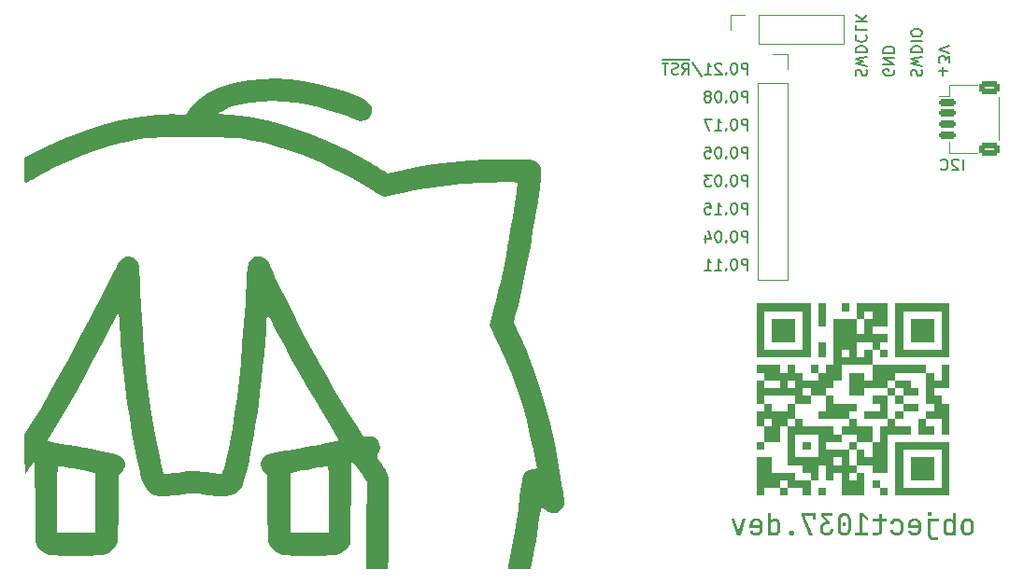
<source format=gbr>
%TF.GenerationSoftware,KiCad,Pcbnew,8.0.8*%
%TF.CreationDate,2025-06-16T14:26:01+09:00*%
%TF.ProjectId,card,63617264-2e6b-4696-9361-645f70636258,rev?*%
%TF.SameCoordinates,Original*%
%TF.FileFunction,Legend,Bot*%
%TF.FilePolarity,Positive*%
%FSLAX46Y46*%
G04 Gerber Fmt 4.6, Leading zero omitted, Abs format (unit mm)*
G04 Created by KiCad (PCBNEW 8.0.8) date 2025-06-16 14:26:01*
%MOMM*%
%LPD*%
G01*
G04 APERTURE LIST*
G04 Aperture macros list*
%AMRoundRect*
0 Rectangle with rounded corners*
0 $1 Rounding radius*
0 $2 $3 $4 $5 $6 $7 $8 $9 X,Y pos of 4 corners*
0 Add a 4 corners polygon primitive as box body*
4,1,4,$2,$3,$4,$5,$6,$7,$8,$9,$2,$3,0*
0 Add four circle primitives for the rounded corners*
1,1,$1+$1,$2,$3*
1,1,$1+$1,$4,$5*
1,1,$1+$1,$6,$7*
1,1,$1+$1,$8,$9*
0 Add four rect primitives between the rounded corners*
20,1,$1+$1,$2,$3,$4,$5,0*
20,1,$1+$1,$4,$5,$6,$7,0*
20,1,$1+$1,$6,$7,$8,$9,0*
20,1,$1+$1,$8,$9,$2,$3,0*%
G04 Aperture macros list end*
%ADD10C,0.153000*%
%ADD11C,0.025000*%
%ADD12C,0.000000*%
%ADD13C,0.120000*%
%ADD14C,0.300000*%
%ADD15RoundRect,0.150000X-0.625000X0.150000X-0.625000X-0.150000X0.625000X-0.150000X0.625000X0.150000X0*%
%ADD16RoundRect,0.250000X-0.650000X0.350000X-0.650000X-0.350000X0.650000X-0.350000X0.650000X0.350000X0*%
%ADD17R,1.700000X1.700000*%
%ADD18O,1.700000X1.700000*%
G04 APERTURE END LIST*
D10*
X115756247Y-58394663D02*
X115756247Y-57394663D01*
X115756247Y-57394663D02*
X115375295Y-57394663D01*
X115375295Y-57394663D02*
X115280057Y-57442282D01*
X115280057Y-57442282D02*
X115232438Y-57489901D01*
X115232438Y-57489901D02*
X115184819Y-57585139D01*
X115184819Y-57585139D02*
X115184819Y-57727996D01*
X115184819Y-57727996D02*
X115232438Y-57823234D01*
X115232438Y-57823234D02*
X115280057Y-57870853D01*
X115280057Y-57870853D02*
X115375295Y-57918472D01*
X115375295Y-57918472D02*
X115756247Y-57918472D01*
X114565771Y-57394663D02*
X114470533Y-57394663D01*
X114470533Y-57394663D02*
X114375295Y-57442282D01*
X114375295Y-57442282D02*
X114327676Y-57489901D01*
X114327676Y-57489901D02*
X114280057Y-57585139D01*
X114280057Y-57585139D02*
X114232438Y-57775615D01*
X114232438Y-57775615D02*
X114232438Y-58013710D01*
X114232438Y-58013710D02*
X114280057Y-58204186D01*
X114280057Y-58204186D02*
X114327676Y-58299424D01*
X114327676Y-58299424D02*
X114375295Y-58347044D01*
X114375295Y-58347044D02*
X114470533Y-58394663D01*
X114470533Y-58394663D02*
X114565771Y-58394663D01*
X114565771Y-58394663D02*
X114661009Y-58347044D01*
X114661009Y-58347044D02*
X114708628Y-58299424D01*
X114708628Y-58299424D02*
X114756247Y-58204186D01*
X114756247Y-58204186D02*
X114803866Y-58013710D01*
X114803866Y-58013710D02*
X114803866Y-57775615D01*
X114803866Y-57775615D02*
X114756247Y-57585139D01*
X114756247Y-57585139D02*
X114708628Y-57489901D01*
X114708628Y-57489901D02*
X114661009Y-57442282D01*
X114661009Y-57442282D02*
X114565771Y-57394663D01*
X113803866Y-58299424D02*
X113756247Y-58347044D01*
X113756247Y-58347044D02*
X113803866Y-58394663D01*
X113803866Y-58394663D02*
X113851485Y-58347044D01*
X113851485Y-58347044D02*
X113803866Y-58299424D01*
X113803866Y-58299424D02*
X113803866Y-58394663D01*
X113137200Y-57394663D02*
X113041962Y-57394663D01*
X113041962Y-57394663D02*
X112946724Y-57442282D01*
X112946724Y-57442282D02*
X112899105Y-57489901D01*
X112899105Y-57489901D02*
X112851486Y-57585139D01*
X112851486Y-57585139D02*
X112803867Y-57775615D01*
X112803867Y-57775615D02*
X112803867Y-58013710D01*
X112803867Y-58013710D02*
X112851486Y-58204186D01*
X112851486Y-58204186D02*
X112899105Y-58299424D01*
X112899105Y-58299424D02*
X112946724Y-58347044D01*
X112946724Y-58347044D02*
X113041962Y-58394663D01*
X113041962Y-58394663D02*
X113137200Y-58394663D01*
X113137200Y-58394663D02*
X113232438Y-58347044D01*
X113232438Y-58347044D02*
X113280057Y-58299424D01*
X113280057Y-58299424D02*
X113327676Y-58204186D01*
X113327676Y-58204186D02*
X113375295Y-58013710D01*
X113375295Y-58013710D02*
X113375295Y-57775615D01*
X113375295Y-57775615D02*
X113327676Y-57585139D01*
X113327676Y-57585139D02*
X113280057Y-57489901D01*
X113280057Y-57489901D02*
X113232438Y-57442282D01*
X113232438Y-57442282D02*
X113137200Y-57394663D01*
X112232438Y-57823234D02*
X112327676Y-57775615D01*
X112327676Y-57775615D02*
X112375295Y-57727996D01*
X112375295Y-57727996D02*
X112422914Y-57632758D01*
X112422914Y-57632758D02*
X112422914Y-57585139D01*
X112422914Y-57585139D02*
X112375295Y-57489901D01*
X112375295Y-57489901D02*
X112327676Y-57442282D01*
X112327676Y-57442282D02*
X112232438Y-57394663D01*
X112232438Y-57394663D02*
X112041962Y-57394663D01*
X112041962Y-57394663D02*
X111946724Y-57442282D01*
X111946724Y-57442282D02*
X111899105Y-57489901D01*
X111899105Y-57489901D02*
X111851486Y-57585139D01*
X111851486Y-57585139D02*
X111851486Y-57632758D01*
X111851486Y-57632758D02*
X111899105Y-57727996D01*
X111899105Y-57727996D02*
X111946724Y-57775615D01*
X111946724Y-57775615D02*
X112041962Y-57823234D01*
X112041962Y-57823234D02*
X112232438Y-57823234D01*
X112232438Y-57823234D02*
X112327676Y-57870853D01*
X112327676Y-57870853D02*
X112375295Y-57918472D01*
X112375295Y-57918472D02*
X112422914Y-58013710D01*
X112422914Y-58013710D02*
X112422914Y-58204186D01*
X112422914Y-58204186D02*
X112375295Y-58299424D01*
X112375295Y-58299424D02*
X112327676Y-58347044D01*
X112327676Y-58347044D02*
X112232438Y-58394663D01*
X112232438Y-58394663D02*
X112041962Y-58394663D01*
X112041962Y-58394663D02*
X111946724Y-58347044D01*
X111946724Y-58347044D02*
X111899105Y-58299424D01*
X111899105Y-58299424D02*
X111851486Y-58204186D01*
X111851486Y-58204186D02*
X111851486Y-58013710D01*
X111851486Y-58013710D02*
X111899105Y-57918472D01*
X111899105Y-57918472D02*
X111946724Y-57870853D01*
X111946724Y-57870853D02*
X112041962Y-57823234D01*
X130592956Y-56008866D02*
X130545336Y-55866009D01*
X130545336Y-55866009D02*
X130545336Y-55627914D01*
X130545336Y-55627914D02*
X130592956Y-55532676D01*
X130592956Y-55532676D02*
X130640575Y-55485057D01*
X130640575Y-55485057D02*
X130735813Y-55437438D01*
X130735813Y-55437438D02*
X130831051Y-55437438D01*
X130831051Y-55437438D02*
X130926289Y-55485057D01*
X130926289Y-55485057D02*
X130973908Y-55532676D01*
X130973908Y-55532676D02*
X131021527Y-55627914D01*
X131021527Y-55627914D02*
X131069146Y-55818390D01*
X131069146Y-55818390D02*
X131116765Y-55913628D01*
X131116765Y-55913628D02*
X131164384Y-55961247D01*
X131164384Y-55961247D02*
X131259622Y-56008866D01*
X131259622Y-56008866D02*
X131354860Y-56008866D01*
X131354860Y-56008866D02*
X131450098Y-55961247D01*
X131450098Y-55961247D02*
X131497717Y-55913628D01*
X131497717Y-55913628D02*
X131545336Y-55818390D01*
X131545336Y-55818390D02*
X131545336Y-55580295D01*
X131545336Y-55580295D02*
X131497717Y-55437438D01*
X131545336Y-55104104D02*
X130545336Y-54866009D01*
X130545336Y-54866009D02*
X131259622Y-54675533D01*
X131259622Y-54675533D02*
X130545336Y-54485057D01*
X130545336Y-54485057D02*
X131545336Y-54246962D01*
X130545336Y-53866009D02*
X131545336Y-53866009D01*
X131545336Y-53866009D02*
X131545336Y-53627914D01*
X131545336Y-53627914D02*
X131497717Y-53485057D01*
X131497717Y-53485057D02*
X131402479Y-53389819D01*
X131402479Y-53389819D02*
X131307241Y-53342200D01*
X131307241Y-53342200D02*
X131116765Y-53294581D01*
X131116765Y-53294581D02*
X130973908Y-53294581D01*
X130973908Y-53294581D02*
X130783432Y-53342200D01*
X130783432Y-53342200D02*
X130688194Y-53389819D01*
X130688194Y-53389819D02*
X130592956Y-53485057D01*
X130592956Y-53485057D02*
X130545336Y-53627914D01*
X130545336Y-53627914D02*
X130545336Y-53866009D01*
X130545336Y-52866009D02*
X131545336Y-52866009D01*
X131545336Y-52199343D02*
X131545336Y-52008867D01*
X131545336Y-52008867D02*
X131497717Y-51913629D01*
X131497717Y-51913629D02*
X131402479Y-51818391D01*
X131402479Y-51818391D02*
X131212003Y-51770772D01*
X131212003Y-51770772D02*
X130878670Y-51770772D01*
X130878670Y-51770772D02*
X130688194Y-51818391D01*
X130688194Y-51818391D02*
X130592956Y-51913629D01*
X130592956Y-51913629D02*
X130545336Y-52008867D01*
X130545336Y-52008867D02*
X130545336Y-52199343D01*
X130545336Y-52199343D02*
X130592956Y-52294581D01*
X130592956Y-52294581D02*
X130688194Y-52389819D01*
X130688194Y-52389819D02*
X130878670Y-52437438D01*
X130878670Y-52437438D02*
X131212003Y-52437438D01*
X131212003Y-52437438D02*
X131402479Y-52389819D01*
X131402479Y-52389819D02*
X131497717Y-52294581D01*
X131497717Y-52294581D02*
X131545336Y-52199343D01*
X115756247Y-55854663D02*
X115756247Y-54854663D01*
X115756247Y-54854663D02*
X115375295Y-54854663D01*
X115375295Y-54854663D02*
X115280057Y-54902282D01*
X115280057Y-54902282D02*
X115232438Y-54949901D01*
X115232438Y-54949901D02*
X115184819Y-55045139D01*
X115184819Y-55045139D02*
X115184819Y-55187996D01*
X115184819Y-55187996D02*
X115232438Y-55283234D01*
X115232438Y-55283234D02*
X115280057Y-55330853D01*
X115280057Y-55330853D02*
X115375295Y-55378472D01*
X115375295Y-55378472D02*
X115756247Y-55378472D01*
X114565771Y-54854663D02*
X114470533Y-54854663D01*
X114470533Y-54854663D02*
X114375295Y-54902282D01*
X114375295Y-54902282D02*
X114327676Y-54949901D01*
X114327676Y-54949901D02*
X114280057Y-55045139D01*
X114280057Y-55045139D02*
X114232438Y-55235615D01*
X114232438Y-55235615D02*
X114232438Y-55473710D01*
X114232438Y-55473710D02*
X114280057Y-55664186D01*
X114280057Y-55664186D02*
X114327676Y-55759424D01*
X114327676Y-55759424D02*
X114375295Y-55807044D01*
X114375295Y-55807044D02*
X114470533Y-55854663D01*
X114470533Y-55854663D02*
X114565771Y-55854663D01*
X114565771Y-55854663D02*
X114661009Y-55807044D01*
X114661009Y-55807044D02*
X114708628Y-55759424D01*
X114708628Y-55759424D02*
X114756247Y-55664186D01*
X114756247Y-55664186D02*
X114803866Y-55473710D01*
X114803866Y-55473710D02*
X114803866Y-55235615D01*
X114803866Y-55235615D02*
X114756247Y-55045139D01*
X114756247Y-55045139D02*
X114708628Y-54949901D01*
X114708628Y-54949901D02*
X114661009Y-54902282D01*
X114661009Y-54902282D02*
X114565771Y-54854663D01*
X113803866Y-55759424D02*
X113756247Y-55807044D01*
X113756247Y-55807044D02*
X113803866Y-55854663D01*
X113803866Y-55854663D02*
X113851485Y-55807044D01*
X113851485Y-55807044D02*
X113803866Y-55759424D01*
X113803866Y-55759424D02*
X113803866Y-55854663D01*
X113375295Y-54949901D02*
X113327676Y-54902282D01*
X113327676Y-54902282D02*
X113232438Y-54854663D01*
X113232438Y-54854663D02*
X112994343Y-54854663D01*
X112994343Y-54854663D02*
X112899105Y-54902282D01*
X112899105Y-54902282D02*
X112851486Y-54949901D01*
X112851486Y-54949901D02*
X112803867Y-55045139D01*
X112803867Y-55045139D02*
X112803867Y-55140377D01*
X112803867Y-55140377D02*
X112851486Y-55283234D01*
X112851486Y-55283234D02*
X113422914Y-55854663D01*
X113422914Y-55854663D02*
X112803867Y-55854663D01*
X111851486Y-55854663D02*
X112422914Y-55854663D01*
X112137200Y-55854663D02*
X112137200Y-54854663D01*
X112137200Y-54854663D02*
X112232438Y-54997520D01*
X112232438Y-54997520D02*
X112327676Y-55092758D01*
X112327676Y-55092758D02*
X112422914Y-55140377D01*
X110708629Y-54807044D02*
X111565771Y-56092758D01*
X109803867Y-55854663D02*
X110137200Y-55378472D01*
X110375295Y-55854663D02*
X110375295Y-54854663D01*
X110375295Y-54854663D02*
X109994343Y-54854663D01*
X109994343Y-54854663D02*
X109899105Y-54902282D01*
X109899105Y-54902282D02*
X109851486Y-54949901D01*
X109851486Y-54949901D02*
X109803867Y-55045139D01*
X109803867Y-55045139D02*
X109803867Y-55187996D01*
X109803867Y-55187996D02*
X109851486Y-55283234D01*
X109851486Y-55283234D02*
X109899105Y-55330853D01*
X109899105Y-55330853D02*
X109994343Y-55378472D01*
X109994343Y-55378472D02*
X110375295Y-55378472D01*
X109422914Y-55807044D02*
X109280057Y-55854663D01*
X109280057Y-55854663D02*
X109041962Y-55854663D01*
X109041962Y-55854663D02*
X108946724Y-55807044D01*
X108946724Y-55807044D02*
X108899105Y-55759424D01*
X108899105Y-55759424D02*
X108851486Y-55664186D01*
X108851486Y-55664186D02*
X108851486Y-55568948D01*
X108851486Y-55568948D02*
X108899105Y-55473710D01*
X108899105Y-55473710D02*
X108946724Y-55426091D01*
X108946724Y-55426091D02*
X109041962Y-55378472D01*
X109041962Y-55378472D02*
X109232438Y-55330853D01*
X109232438Y-55330853D02*
X109327676Y-55283234D01*
X109327676Y-55283234D02*
X109375295Y-55235615D01*
X109375295Y-55235615D02*
X109422914Y-55140377D01*
X109422914Y-55140377D02*
X109422914Y-55045139D01*
X109422914Y-55045139D02*
X109375295Y-54949901D01*
X109375295Y-54949901D02*
X109327676Y-54902282D01*
X109327676Y-54902282D02*
X109232438Y-54854663D01*
X109232438Y-54854663D02*
X108994343Y-54854663D01*
X108994343Y-54854663D02*
X108851486Y-54902282D01*
X108565771Y-54854663D02*
X107994343Y-54854663D01*
X108280057Y-55854663D02*
X108280057Y-54854663D01*
X110513391Y-54577044D02*
X107999105Y-54577044D01*
D11*
G36*
X135725494Y-96176254D02*
G01*
X135832283Y-96192337D01*
X135928458Y-96223432D01*
X136014018Y-96269538D01*
X136088963Y-96330656D01*
X136142899Y-96393832D01*
X136191721Y-96478548D01*
X136225354Y-96575122D01*
X136242093Y-96667338D01*
X136247672Y-96768266D01*
X136247672Y-97108887D01*
X136243797Y-97193598D01*
X136228918Y-97287266D01*
X136197456Y-97385534D01*
X136150804Y-97471945D01*
X136088963Y-97546497D01*
X136036514Y-97591684D01*
X135953987Y-97642079D01*
X135860845Y-97677463D01*
X135757089Y-97697835D01*
X135659706Y-97703349D01*
X135593926Y-97700899D01*
X135487184Y-97684815D01*
X135391102Y-97653720D01*
X135305678Y-97607614D01*
X135230914Y-97546497D01*
X135176820Y-97483321D01*
X135127855Y-97398605D01*
X135094124Y-97302031D01*
X135077337Y-97209815D01*
X135071741Y-97108887D01*
X135071741Y-96768266D01*
X135072848Y-96744135D01*
X135336256Y-96744135D01*
X135336256Y-97133018D01*
X135341679Y-97210429D01*
X135366849Y-97300673D01*
X135423035Y-97383147D01*
X135476841Y-97424199D01*
X135564113Y-97458035D01*
X135659706Y-97468070D01*
X135722264Y-97464007D01*
X135815453Y-97438132D01*
X135896378Y-97383147D01*
X135942140Y-97322031D01*
X135974683Y-97228232D01*
X135983157Y-97133018D01*
X135983157Y-96744135D01*
X135977733Y-96666752D01*
X135952564Y-96576643D01*
X135896378Y-96494469D01*
X135842572Y-96453193D01*
X135755299Y-96419172D01*
X135659706Y-96409082D01*
X135597149Y-96413168D01*
X135503959Y-96439185D01*
X135423035Y-96494469D01*
X135377272Y-96555341D01*
X135344730Y-96648966D01*
X135336256Y-96744135D01*
X135072848Y-96744135D01*
X135075627Y-96683554D01*
X135090549Y-96589886D01*
X135122104Y-96491618D01*
X135168892Y-96405208D01*
X135230914Y-96330656D01*
X135283229Y-96285469D01*
X135365607Y-96235074D01*
X135458645Y-96199690D01*
X135562340Y-96179317D01*
X135659706Y-96173803D01*
X135725494Y-96176254D01*
G37*
G36*
X134631810Y-97688500D02*
G01*
X134370080Y-97688500D01*
X134370080Y-97400781D01*
X134352851Y-97471406D01*
X134307649Y-97562007D01*
X134239214Y-97634204D01*
X134158606Y-97682026D01*
X134064180Y-97709997D01*
X133966346Y-97718199D01*
X133862339Y-97708802D01*
X133769352Y-97680610D01*
X133687387Y-97633624D01*
X133616444Y-97567844D01*
X133585664Y-97528580D01*
X133536415Y-97440002D01*
X133506789Y-97351504D01*
X133489732Y-97252748D01*
X133485115Y-97159934D01*
X133485115Y-96735781D01*
X133749630Y-96735781D01*
X133749630Y-97156221D01*
X133754734Y-97236765D01*
X133778423Y-97327906D01*
X133831304Y-97406350D01*
X133876202Y-97439850D01*
X133966482Y-97473872D01*
X134059623Y-97482920D01*
X134110802Y-97479788D01*
X134207474Y-97451509D01*
X134284692Y-97393821D01*
X134328253Y-97331018D01*
X134359229Y-97236872D01*
X134367295Y-97142763D01*
X134367295Y-96749239D01*
X134362133Y-96672814D01*
X134338175Y-96582600D01*
X134284692Y-96498182D01*
X134245530Y-96463464D01*
X134157837Y-96421612D01*
X134059623Y-96409082D01*
X134006915Y-96411790D01*
X133915205Y-96433456D01*
X133831304Y-96486116D01*
X133788234Y-96543399D01*
X133757606Y-96637023D01*
X133749630Y-96735781D01*
X133485115Y-96735781D01*
X133485115Y-96732069D01*
X133485628Y-96700293D01*
X133495503Y-96595674D01*
X133517947Y-96501314D01*
X133558987Y-96406037D01*
X133616444Y-96324159D01*
X133687387Y-96258378D01*
X133769352Y-96211392D01*
X133862339Y-96183200D01*
X133966346Y-96173803D01*
X134064316Y-96182414D01*
X134159206Y-96211775D01*
X134240607Y-96261975D01*
X134299938Y-96323227D01*
X134346149Y-96405470D01*
X134372400Y-96503287D01*
X134367295Y-96156633D01*
X134367295Y-95728304D01*
X134631810Y-95728304D01*
X134631810Y-97688500D01*
G37*
G36*
X133037295Y-98163698D02*
G01*
X133037295Y-97928419D01*
X132692498Y-97928419D01*
X132592413Y-97918001D01*
X132502367Y-97882870D01*
X132447937Y-97840248D01*
X132391751Y-97757497D01*
X132365310Y-97660718D01*
X132361158Y-97595223D01*
X132361158Y-96438782D01*
X133050753Y-96438782D01*
X133050753Y-96203503D01*
X132096643Y-96203503D01*
X132096643Y-97594295D01*
X132102288Y-97688344D01*
X132123142Y-97788582D01*
X132159364Y-97878605D01*
X132210952Y-97958414D01*
X132257208Y-98009166D01*
X132332515Y-98069379D01*
X132418348Y-98114803D01*
X132514706Y-98145438D01*
X132621591Y-98161284D01*
X132687393Y-98163698D01*
X133037295Y-98163698D01*
G37*
G36*
X132251639Y-95936204D02*
G01*
X132346398Y-95919516D01*
X132395962Y-95888869D01*
X132444118Y-95807992D01*
X132449330Y-95760788D01*
X132428483Y-95669753D01*
X132395962Y-95628531D01*
X132309730Y-95585562D01*
X132251639Y-95579804D01*
X132156881Y-95596982D01*
X132107316Y-95628531D01*
X132059161Y-95711781D01*
X132053949Y-95760788D01*
X132076933Y-95852379D01*
X132107316Y-95888869D01*
X132193549Y-95930610D01*
X132251639Y-95936204D01*
G37*
G36*
X130940688Y-96176305D02*
G01*
X131045897Y-96192721D01*
X131141291Y-96224460D01*
X131226870Y-96271521D01*
X131302634Y-96333904D01*
X131357516Y-96397863D01*
X131407194Y-96482833D01*
X131441417Y-96578950D01*
X131458450Y-96670209D01*
X131464127Y-96769658D01*
X131464127Y-97122345D01*
X131460184Y-97205799D01*
X131445044Y-97298466D01*
X131413030Y-97396268D01*
X131365559Y-97482967D01*
X131302634Y-97558562D01*
X131249518Y-97604552D01*
X131166744Y-97655841D01*
X131074154Y-97691853D01*
X130971749Y-97712587D01*
X130876161Y-97718199D01*
X130861703Y-97718092D01*
X130764584Y-97711326D01*
X130662345Y-97690704D01*
X130569446Y-97656334D01*
X130485886Y-97608217D01*
X130439785Y-97571810D01*
X130372965Y-97496742D01*
X130326921Y-97409414D01*
X130301653Y-97309825D01*
X130566168Y-97309825D01*
X130592854Y-97374451D01*
X130665013Y-97437442D01*
X130686484Y-97448101D01*
X130779525Y-97475415D01*
X130876161Y-97482920D01*
X130939690Y-97478790D01*
X131034337Y-97452491D01*
X131116545Y-97396605D01*
X131159167Y-97342579D01*
X131194298Y-97254327D01*
X131204717Y-97157149D01*
X131204717Y-97035101D01*
X130288196Y-97035101D01*
X130288196Y-96759913D01*
X130288326Y-96753416D01*
X130547606Y-96753416D01*
X130547606Y-96827202D01*
X131204717Y-96827202D01*
X131204717Y-96753416D01*
X131197963Y-96659415D01*
X131171362Y-96562172D01*
X131119330Y-96478227D01*
X131065573Y-96431567D01*
X130976081Y-96393108D01*
X130876161Y-96381703D01*
X130801796Y-96387735D01*
X130707214Y-96419408D01*
X130632993Y-96478227D01*
X130580960Y-96562172D01*
X130554360Y-96659415D01*
X130547606Y-96753416D01*
X130288326Y-96753416D01*
X130288844Y-96727489D01*
X130298572Y-96634768D01*
X130323071Y-96539754D01*
X130361981Y-96453168D01*
X130413563Y-96376263D01*
X130483598Y-96304962D01*
X130567561Y-96247589D01*
X130592746Y-96234403D01*
X130682296Y-96199815D01*
X130780456Y-96179640D01*
X130876161Y-96173803D01*
X130940688Y-96176305D01*
G37*
G36*
X129260300Y-97718199D02*
G01*
X129357812Y-97712816D01*
X129462051Y-97692925D01*
X129556030Y-97658379D01*
X129639750Y-97609177D01*
X129693269Y-97565059D01*
X129756737Y-97492553D01*
X129804616Y-97409033D01*
X129836907Y-97314499D01*
X129853609Y-97208950D01*
X129856154Y-97143691D01*
X129856154Y-96745527D01*
X129850428Y-96649934D01*
X129829272Y-96548389D01*
X129792527Y-96457591D01*
X129740194Y-96377541D01*
X129693269Y-96326943D01*
X129616877Y-96267272D01*
X129530226Y-96222258D01*
X129433315Y-96191899D01*
X129326146Y-96176196D01*
X129260300Y-96173803D01*
X129166561Y-96178714D01*
X129066148Y-96196856D01*
X128975373Y-96228367D01*
X128883431Y-96280747D01*
X128842180Y-96313486D01*
X128772020Y-96389679D01*
X128720712Y-96478575D01*
X128691283Y-96566781D01*
X128676287Y-96664713D01*
X128674654Y-96694480D01*
X128936849Y-96694480D01*
X128953925Y-96601117D01*
X129002055Y-96513967D01*
X129031981Y-96483796D01*
X129111527Y-96435422D01*
X129209148Y-96411709D01*
X129260300Y-96409082D01*
X129357543Y-96419556D01*
X129446740Y-96454872D01*
X129502076Y-96497718D01*
X129556654Y-96573962D01*
X129586042Y-96670436D01*
X129591639Y-96745991D01*
X129591639Y-97146012D01*
X129582893Y-97240428D01*
X129549306Y-97334227D01*
X129502076Y-97396141D01*
X129418965Y-97452327D01*
X129323895Y-97478768D01*
X129260300Y-97482920D01*
X129160345Y-97472609D01*
X129070766Y-97438168D01*
X129030589Y-97409599D01*
X128970392Y-97333451D01*
X128941217Y-97241268D01*
X128936849Y-97200307D01*
X128674654Y-97200307D01*
X128685526Y-97300453D01*
X128710831Y-97390962D01*
X128757426Y-97482599D01*
X128822873Y-97561649D01*
X128842180Y-97579445D01*
X128927829Y-97640150D01*
X129013097Y-97679039D01*
X129108002Y-97704649D01*
X129212545Y-97716980D01*
X129260300Y-97718199D01*
G37*
G36*
X127540024Y-97688500D02*
G01*
X127640547Y-97679690D01*
X127737601Y-97649236D01*
X127819247Y-97597029D01*
X127840736Y-97577125D01*
X127899224Y-97500355D01*
X127936050Y-97409265D01*
X127950672Y-97315040D01*
X127951646Y-97281054D01*
X127951646Y-96438782D01*
X128371622Y-96438782D01*
X128371622Y-96203503D01*
X127951646Y-96203503D01*
X127951646Y-95787704D01*
X127687131Y-95787704D01*
X127687131Y-96203503D01*
X127091277Y-96203503D01*
X127091277Y-96438782D01*
X127687131Y-96438782D01*
X127687131Y-97286158D01*
X127665795Y-97378321D01*
X127645830Y-97406814D01*
X127563860Y-97451000D01*
X127534919Y-97453220D01*
X127104270Y-97453220D01*
X127104270Y-97688500D01*
X127540024Y-97688500D01*
G37*
G36*
X126656451Y-97688500D02*
G01*
X126656451Y-97453220D01*
X126135310Y-97453220D01*
X126135310Y-95985858D01*
X126659235Y-96374742D01*
X126659235Y-96076350D01*
X126215593Y-95728304D01*
X125870795Y-95728304D01*
X125870795Y-97453220D01*
X125442930Y-97453220D01*
X125442930Y-97688500D01*
X126656451Y-97688500D01*
G37*
G36*
X124529323Y-96532156D02*
G01*
X124616901Y-96571040D01*
X124640149Y-96600279D01*
X124660987Y-96690767D01*
X124658232Y-96728008D01*
X124616901Y-96813280D01*
X124589680Y-96834366D01*
X124498101Y-96856901D01*
X124462572Y-96854175D01*
X124377909Y-96813280D01*
X124353927Y-96782572D01*
X124332431Y-96690767D01*
X124335274Y-96653701D01*
X124377909Y-96571040D01*
X124405803Y-96551299D01*
X124498101Y-96530202D01*
X124529323Y-96532156D01*
G37*
G36*
X124581299Y-95702456D02*
G01*
X124673749Y-95717248D01*
X124771421Y-95748527D01*
X124858123Y-95794906D01*
X124933855Y-95856385D01*
X124979978Y-95908209D01*
X125031417Y-95989708D01*
X125067533Y-96081645D01*
X125088328Y-96184018D01*
X125093956Y-96280073D01*
X125093956Y-97136730D01*
X125091455Y-97201627D01*
X125075038Y-97307029D01*
X125043299Y-97402039D01*
X124996238Y-97486657D01*
X124933855Y-97560883D01*
X124880880Y-97606203D01*
X124797312Y-97656748D01*
X124702775Y-97692236D01*
X124597267Y-97712669D01*
X124498101Y-97718199D01*
X124464417Y-97717563D01*
X124368454Y-97708019D01*
X124270784Y-97683982D01*
X124182540Y-97645806D01*
X124104900Y-97594650D01*
X124033105Y-97525398D01*
X123975568Y-97442547D01*
X123962465Y-97417622D01*
X123928095Y-97328943D01*
X123908046Y-97231653D01*
X123902247Y-97136730D01*
X123902247Y-96283786D01*
X124156088Y-96283786D01*
X124156088Y-97133018D01*
X124163503Y-97215652D01*
X124192705Y-97304286D01*
X124249829Y-97385467D01*
X124307179Y-97432576D01*
X124398834Y-97471405D01*
X124498101Y-97482920D01*
X124571771Y-97476829D01*
X124667919Y-97444853D01*
X124746838Y-97385467D01*
X124791928Y-97326098D01*
X124829093Y-97232779D01*
X124840115Y-97133018D01*
X124840115Y-96283786D01*
X124832736Y-96201152D01*
X124803679Y-96112518D01*
X124746838Y-96031336D01*
X124689264Y-95984228D01*
X124597423Y-95945399D01*
X124498101Y-95933883D01*
X124424461Y-95939974D01*
X124328465Y-95971951D01*
X124249829Y-96031336D01*
X124204515Y-96090705D01*
X124167165Y-96184025D01*
X124156088Y-96283786D01*
X123902247Y-96283786D01*
X123902247Y-96280073D01*
X123904755Y-96215184D01*
X123921220Y-96109829D01*
X123953050Y-96014911D01*
X124000248Y-95930430D01*
X124062812Y-95856385D01*
X124115653Y-95810931D01*
X124199072Y-95760237D01*
X124293505Y-95724644D01*
X124398952Y-95704151D01*
X124498101Y-95698604D01*
X124581299Y-95702456D01*
G37*
G36*
X122930502Y-97718199D02*
G01*
X123029668Y-97712865D01*
X123135175Y-97693155D01*
X123229713Y-97658923D01*
X123313281Y-97610168D01*
X123366256Y-97566451D01*
X123428639Y-97494662D01*
X123475700Y-97412481D01*
X123507439Y-97319907D01*
X123523855Y-97216941D01*
X123526357Y-97153437D01*
X123261842Y-97153437D01*
X123251259Y-97251517D01*
X123215573Y-97340628D01*
X123172278Y-97395213D01*
X123095904Y-97448660D01*
X123001126Y-97477439D01*
X122927718Y-97482920D01*
X122830310Y-97472556D01*
X122740558Y-97437610D01*
X122684549Y-97395213D01*
X122629123Y-97320100D01*
X122599278Y-97226323D01*
X122593593Y-97153437D01*
X122593593Y-97015610D01*
X122604177Y-96917201D01*
X122639862Y-96826981D01*
X122683157Y-96771050D01*
X122759532Y-96715907D01*
X122854309Y-96686214D01*
X122927718Y-96680558D01*
X123146755Y-96680558D01*
X123146755Y-96460129D01*
X122676196Y-95963583D01*
X123467421Y-95963583D01*
X123467421Y-95728304D01*
X122379661Y-95728304D01*
X122379661Y-95975185D01*
X122844651Y-96454096D01*
X122745431Y-96469564D01*
X122655671Y-96497290D01*
X122564671Y-96543986D01*
X122486027Y-96606693D01*
X122468297Y-96624871D01*
X122407389Y-96705356D01*
X122363883Y-96797386D01*
X122340091Y-96887380D01*
X122329622Y-96986213D01*
X122329078Y-97016075D01*
X122329078Y-97153437D01*
X122334772Y-97247420D01*
X122355808Y-97347417D01*
X122392343Y-97437022D01*
X122444378Y-97516234D01*
X122491036Y-97566451D01*
X122567263Y-97625580D01*
X122654637Y-97670185D01*
X122753159Y-97700268D01*
X122846479Y-97714495D01*
X122930502Y-97718199D01*
G37*
G36*
X121624633Y-97688500D02*
G01*
X120924364Y-95963583D01*
X121637627Y-95963583D01*
X121637627Y-96281001D01*
X121902606Y-96281001D01*
X121902606Y-95728304D01*
X120640823Y-95728304D01*
X120640823Y-95971936D01*
X121335987Y-97688500D01*
X121624633Y-97688500D01*
G37*
G36*
X119714556Y-97718199D02*
G01*
X119806557Y-97703001D01*
X119879298Y-97657407D01*
X119929955Y-97577629D01*
X119941946Y-97500555D01*
X119924265Y-97404037D01*
X119879298Y-97336277D01*
X119796110Y-97284869D01*
X119714556Y-97272700D01*
X119622672Y-97288595D01*
X119550279Y-97336277D01*
X119499246Y-97419547D01*
X119487166Y-97500555D01*
X119504978Y-97592434D01*
X119550279Y-97657407D01*
X119633092Y-97706563D01*
X119714556Y-97718199D01*
G37*
G36*
X117817937Y-96156633D02*
G01*
X117812833Y-96503287D01*
X117835918Y-96413719D01*
X117880469Y-96330060D01*
X117945090Y-96261975D01*
X118025898Y-96211775D01*
X118119646Y-96182414D01*
X118216102Y-96173803D01*
X118321357Y-96183200D01*
X118415300Y-96211392D01*
X118497932Y-96258378D01*
X118569253Y-96324159D01*
X118599924Y-96363423D01*
X118648999Y-96452001D01*
X118678520Y-96540498D01*
X118695517Y-96639255D01*
X118700118Y-96732069D01*
X118700118Y-97159934D01*
X118699607Y-97191709D01*
X118689766Y-97296328D01*
X118667402Y-97390688D01*
X118626506Y-97485966D01*
X118569253Y-97567844D01*
X118560956Y-97577094D01*
X118488222Y-97640525D01*
X118404176Y-97685162D01*
X118308819Y-97711005D01*
X118216102Y-97718199D01*
X118119782Y-97709997D01*
X118026497Y-97682026D01*
X117946482Y-97634204D01*
X117892754Y-97581781D01*
X117841559Y-97495781D01*
X117815153Y-97400781D01*
X117815153Y-97688500D01*
X117553422Y-97688500D01*
X117553422Y-96749239D01*
X117817937Y-96749239D01*
X117817937Y-97142763D01*
X117823129Y-97219188D01*
X117847222Y-97309403D01*
X117901004Y-97393821D01*
X117939986Y-97428538D01*
X118027461Y-97470391D01*
X118125610Y-97482920D01*
X118178317Y-97480228D01*
X118270027Y-97458693D01*
X118353928Y-97406350D01*
X118396999Y-97348823D01*
X118427627Y-97255024D01*
X118435603Y-97156221D01*
X118435603Y-96735781D01*
X118430498Y-96655267D01*
X118406810Y-96564260D01*
X118353928Y-96486116D01*
X118309030Y-96452414D01*
X118218750Y-96418185D01*
X118125610Y-96409082D01*
X118074447Y-96412215D01*
X117977923Y-96440493D01*
X117901004Y-96498182D01*
X117857200Y-96560984D01*
X117826049Y-96655131D01*
X117817937Y-96749239D01*
X117553422Y-96749239D01*
X117553422Y-95728304D01*
X117817937Y-95728304D01*
X117817937Y-96156633D01*
G37*
G36*
X116590053Y-96176305D02*
G01*
X116695262Y-96192721D01*
X116790656Y-96224460D01*
X116876235Y-96271521D01*
X116951999Y-96333904D01*
X117006881Y-96397863D01*
X117056559Y-96482833D01*
X117090782Y-96578950D01*
X117107815Y-96670209D01*
X117113492Y-96769658D01*
X117113492Y-97122345D01*
X117109549Y-97205799D01*
X117094409Y-97298466D01*
X117062395Y-97396268D01*
X117014924Y-97482967D01*
X116951999Y-97558562D01*
X116898883Y-97604552D01*
X116816109Y-97655841D01*
X116723519Y-97691853D01*
X116621114Y-97712587D01*
X116525526Y-97718199D01*
X116511068Y-97718092D01*
X116413949Y-97711326D01*
X116311710Y-97690704D01*
X116218811Y-97656334D01*
X116135251Y-97608217D01*
X116089150Y-97571810D01*
X116022330Y-97496742D01*
X115976286Y-97409414D01*
X115951018Y-97309825D01*
X116215533Y-97309825D01*
X116242219Y-97374451D01*
X116314378Y-97437442D01*
X116335848Y-97448101D01*
X116428890Y-97475415D01*
X116525526Y-97482920D01*
X116589055Y-97478790D01*
X116683701Y-97452491D01*
X116765910Y-97396605D01*
X116808532Y-97342579D01*
X116843663Y-97254327D01*
X116854082Y-97157149D01*
X116854082Y-97035101D01*
X115937561Y-97035101D01*
X115937561Y-96759913D01*
X115937691Y-96753416D01*
X116196971Y-96753416D01*
X116196971Y-96827202D01*
X116854082Y-96827202D01*
X116854082Y-96753416D01*
X116847328Y-96659415D01*
X116820727Y-96562172D01*
X116768695Y-96478227D01*
X116714938Y-96431567D01*
X116625446Y-96393108D01*
X116525526Y-96381703D01*
X116451161Y-96387735D01*
X116356579Y-96419408D01*
X116282358Y-96478227D01*
X116230325Y-96562172D01*
X116203725Y-96659415D01*
X116196971Y-96753416D01*
X115937691Y-96753416D01*
X115938209Y-96727489D01*
X115947937Y-96634768D01*
X115972436Y-96539754D01*
X116011346Y-96453168D01*
X116062928Y-96376263D01*
X116132963Y-96304962D01*
X116216926Y-96247589D01*
X116242111Y-96234403D01*
X116331661Y-96199815D01*
X116429820Y-96179640D01*
X116525526Y-96173803D01*
X116590053Y-96176305D01*
G37*
G36*
X115102250Y-97688500D02*
G01*
X115599260Y-96203503D01*
X115318503Y-96203503D01*
X115005725Y-97180816D01*
X114979061Y-97271479D01*
X114957927Y-97349735D01*
X114935231Y-97439755D01*
X114925443Y-97481064D01*
X114904995Y-97388919D01*
X114896207Y-97349735D01*
X114872681Y-97255632D01*
X114850729Y-97180816D01*
X114540736Y-96203503D01*
X114259979Y-96203503D01*
X114759773Y-97688500D01*
X115102250Y-97688500D01*
G37*
D10*
X135261247Y-64569663D02*
X135261247Y-63569663D01*
X134832676Y-63664901D02*
X134785057Y-63617282D01*
X134785057Y-63617282D02*
X134689819Y-63569663D01*
X134689819Y-63569663D02*
X134451724Y-63569663D01*
X134451724Y-63569663D02*
X134356486Y-63617282D01*
X134356486Y-63617282D02*
X134308867Y-63664901D01*
X134308867Y-63664901D02*
X134261248Y-63760139D01*
X134261248Y-63760139D02*
X134261248Y-63855377D01*
X134261248Y-63855377D02*
X134308867Y-63998234D01*
X134308867Y-63998234D02*
X134880295Y-64569663D01*
X134880295Y-64569663D02*
X134261248Y-64569663D01*
X133261248Y-64474424D02*
X133308867Y-64522044D01*
X133308867Y-64522044D02*
X133451724Y-64569663D01*
X133451724Y-64569663D02*
X133546962Y-64569663D01*
X133546962Y-64569663D02*
X133689819Y-64522044D01*
X133689819Y-64522044D02*
X133785057Y-64426805D01*
X133785057Y-64426805D02*
X133832676Y-64331567D01*
X133832676Y-64331567D02*
X133880295Y-64141091D01*
X133880295Y-64141091D02*
X133880295Y-63998234D01*
X133880295Y-63998234D02*
X133832676Y-63807758D01*
X133832676Y-63807758D02*
X133785057Y-63712520D01*
X133785057Y-63712520D02*
X133689819Y-63617282D01*
X133689819Y-63617282D02*
X133546962Y-63569663D01*
X133546962Y-63569663D02*
X133451724Y-63569663D01*
X133451724Y-63569663D02*
X133308867Y-63617282D01*
X133308867Y-63617282D02*
X133261248Y-63664901D01*
X115756247Y-60934663D02*
X115756247Y-59934663D01*
X115756247Y-59934663D02*
X115375295Y-59934663D01*
X115375295Y-59934663D02*
X115280057Y-59982282D01*
X115280057Y-59982282D02*
X115232438Y-60029901D01*
X115232438Y-60029901D02*
X115184819Y-60125139D01*
X115184819Y-60125139D02*
X115184819Y-60267996D01*
X115184819Y-60267996D02*
X115232438Y-60363234D01*
X115232438Y-60363234D02*
X115280057Y-60410853D01*
X115280057Y-60410853D02*
X115375295Y-60458472D01*
X115375295Y-60458472D02*
X115756247Y-60458472D01*
X114565771Y-59934663D02*
X114470533Y-59934663D01*
X114470533Y-59934663D02*
X114375295Y-59982282D01*
X114375295Y-59982282D02*
X114327676Y-60029901D01*
X114327676Y-60029901D02*
X114280057Y-60125139D01*
X114280057Y-60125139D02*
X114232438Y-60315615D01*
X114232438Y-60315615D02*
X114232438Y-60553710D01*
X114232438Y-60553710D02*
X114280057Y-60744186D01*
X114280057Y-60744186D02*
X114327676Y-60839424D01*
X114327676Y-60839424D02*
X114375295Y-60887044D01*
X114375295Y-60887044D02*
X114470533Y-60934663D01*
X114470533Y-60934663D02*
X114565771Y-60934663D01*
X114565771Y-60934663D02*
X114661009Y-60887044D01*
X114661009Y-60887044D02*
X114708628Y-60839424D01*
X114708628Y-60839424D02*
X114756247Y-60744186D01*
X114756247Y-60744186D02*
X114803866Y-60553710D01*
X114803866Y-60553710D02*
X114803866Y-60315615D01*
X114803866Y-60315615D02*
X114756247Y-60125139D01*
X114756247Y-60125139D02*
X114708628Y-60029901D01*
X114708628Y-60029901D02*
X114661009Y-59982282D01*
X114661009Y-59982282D02*
X114565771Y-59934663D01*
X113803866Y-60839424D02*
X113756247Y-60887044D01*
X113756247Y-60887044D02*
X113803866Y-60934663D01*
X113803866Y-60934663D02*
X113851485Y-60887044D01*
X113851485Y-60887044D02*
X113803866Y-60839424D01*
X113803866Y-60839424D02*
X113803866Y-60934663D01*
X112803867Y-60934663D02*
X113375295Y-60934663D01*
X113089581Y-60934663D02*
X113089581Y-59934663D01*
X113089581Y-59934663D02*
X113184819Y-60077520D01*
X113184819Y-60077520D02*
X113280057Y-60172758D01*
X113280057Y-60172758D02*
X113375295Y-60220377D01*
X112470533Y-59934663D02*
X111803867Y-59934663D01*
X111803867Y-59934663D02*
X112232438Y-60934663D01*
X115756247Y-66014663D02*
X115756247Y-65014663D01*
X115756247Y-65014663D02*
X115375295Y-65014663D01*
X115375295Y-65014663D02*
X115280057Y-65062282D01*
X115280057Y-65062282D02*
X115232438Y-65109901D01*
X115232438Y-65109901D02*
X115184819Y-65205139D01*
X115184819Y-65205139D02*
X115184819Y-65347996D01*
X115184819Y-65347996D02*
X115232438Y-65443234D01*
X115232438Y-65443234D02*
X115280057Y-65490853D01*
X115280057Y-65490853D02*
X115375295Y-65538472D01*
X115375295Y-65538472D02*
X115756247Y-65538472D01*
X114565771Y-65014663D02*
X114470533Y-65014663D01*
X114470533Y-65014663D02*
X114375295Y-65062282D01*
X114375295Y-65062282D02*
X114327676Y-65109901D01*
X114327676Y-65109901D02*
X114280057Y-65205139D01*
X114280057Y-65205139D02*
X114232438Y-65395615D01*
X114232438Y-65395615D02*
X114232438Y-65633710D01*
X114232438Y-65633710D02*
X114280057Y-65824186D01*
X114280057Y-65824186D02*
X114327676Y-65919424D01*
X114327676Y-65919424D02*
X114375295Y-65967044D01*
X114375295Y-65967044D02*
X114470533Y-66014663D01*
X114470533Y-66014663D02*
X114565771Y-66014663D01*
X114565771Y-66014663D02*
X114661009Y-65967044D01*
X114661009Y-65967044D02*
X114708628Y-65919424D01*
X114708628Y-65919424D02*
X114756247Y-65824186D01*
X114756247Y-65824186D02*
X114803866Y-65633710D01*
X114803866Y-65633710D02*
X114803866Y-65395615D01*
X114803866Y-65395615D02*
X114756247Y-65205139D01*
X114756247Y-65205139D02*
X114708628Y-65109901D01*
X114708628Y-65109901D02*
X114661009Y-65062282D01*
X114661009Y-65062282D02*
X114565771Y-65014663D01*
X113803866Y-65919424D02*
X113756247Y-65967044D01*
X113756247Y-65967044D02*
X113803866Y-66014663D01*
X113803866Y-66014663D02*
X113851485Y-65967044D01*
X113851485Y-65967044D02*
X113803866Y-65919424D01*
X113803866Y-65919424D02*
X113803866Y-66014663D01*
X113137200Y-65014663D02*
X113041962Y-65014663D01*
X113041962Y-65014663D02*
X112946724Y-65062282D01*
X112946724Y-65062282D02*
X112899105Y-65109901D01*
X112899105Y-65109901D02*
X112851486Y-65205139D01*
X112851486Y-65205139D02*
X112803867Y-65395615D01*
X112803867Y-65395615D02*
X112803867Y-65633710D01*
X112803867Y-65633710D02*
X112851486Y-65824186D01*
X112851486Y-65824186D02*
X112899105Y-65919424D01*
X112899105Y-65919424D02*
X112946724Y-65967044D01*
X112946724Y-65967044D02*
X113041962Y-66014663D01*
X113041962Y-66014663D02*
X113137200Y-66014663D01*
X113137200Y-66014663D02*
X113232438Y-65967044D01*
X113232438Y-65967044D02*
X113280057Y-65919424D01*
X113280057Y-65919424D02*
X113327676Y-65824186D01*
X113327676Y-65824186D02*
X113375295Y-65633710D01*
X113375295Y-65633710D02*
X113375295Y-65395615D01*
X113375295Y-65395615D02*
X113327676Y-65205139D01*
X113327676Y-65205139D02*
X113280057Y-65109901D01*
X113280057Y-65109901D02*
X113232438Y-65062282D01*
X113232438Y-65062282D02*
X113137200Y-65014663D01*
X112470533Y-65014663D02*
X111851486Y-65014663D01*
X111851486Y-65014663D02*
X112184819Y-65395615D01*
X112184819Y-65395615D02*
X112041962Y-65395615D01*
X112041962Y-65395615D02*
X111946724Y-65443234D01*
X111946724Y-65443234D02*
X111899105Y-65490853D01*
X111899105Y-65490853D02*
X111851486Y-65586091D01*
X111851486Y-65586091D02*
X111851486Y-65824186D01*
X111851486Y-65824186D02*
X111899105Y-65919424D01*
X111899105Y-65919424D02*
X111946724Y-65967044D01*
X111946724Y-65967044D02*
X112041962Y-66014663D01*
X112041962Y-66014663D02*
X112327676Y-66014663D01*
X112327676Y-66014663D02*
X112422914Y-65967044D01*
X112422914Y-65967044D02*
X112470533Y-65919424D01*
X133426289Y-55961247D02*
X133426289Y-55199343D01*
X133045336Y-55580295D02*
X133807241Y-55580295D01*
X134045336Y-54818390D02*
X134045336Y-54199343D01*
X134045336Y-54199343D02*
X133664384Y-54532676D01*
X133664384Y-54532676D02*
X133664384Y-54389819D01*
X133664384Y-54389819D02*
X133616765Y-54294581D01*
X133616765Y-54294581D02*
X133569146Y-54246962D01*
X133569146Y-54246962D02*
X133473908Y-54199343D01*
X133473908Y-54199343D02*
X133235813Y-54199343D01*
X133235813Y-54199343D02*
X133140575Y-54246962D01*
X133140575Y-54246962D02*
X133092956Y-54294581D01*
X133092956Y-54294581D02*
X133045336Y-54389819D01*
X133045336Y-54389819D02*
X133045336Y-54675533D01*
X133045336Y-54675533D02*
X133092956Y-54770771D01*
X133092956Y-54770771D02*
X133140575Y-54818390D01*
X134045336Y-53913628D02*
X133045336Y-53580295D01*
X133045336Y-53580295D02*
X134045336Y-53246962D01*
X115756247Y-71094663D02*
X115756247Y-70094663D01*
X115756247Y-70094663D02*
X115375295Y-70094663D01*
X115375295Y-70094663D02*
X115280057Y-70142282D01*
X115280057Y-70142282D02*
X115232438Y-70189901D01*
X115232438Y-70189901D02*
X115184819Y-70285139D01*
X115184819Y-70285139D02*
X115184819Y-70427996D01*
X115184819Y-70427996D02*
X115232438Y-70523234D01*
X115232438Y-70523234D02*
X115280057Y-70570853D01*
X115280057Y-70570853D02*
X115375295Y-70618472D01*
X115375295Y-70618472D02*
X115756247Y-70618472D01*
X114565771Y-70094663D02*
X114470533Y-70094663D01*
X114470533Y-70094663D02*
X114375295Y-70142282D01*
X114375295Y-70142282D02*
X114327676Y-70189901D01*
X114327676Y-70189901D02*
X114280057Y-70285139D01*
X114280057Y-70285139D02*
X114232438Y-70475615D01*
X114232438Y-70475615D02*
X114232438Y-70713710D01*
X114232438Y-70713710D02*
X114280057Y-70904186D01*
X114280057Y-70904186D02*
X114327676Y-70999424D01*
X114327676Y-70999424D02*
X114375295Y-71047044D01*
X114375295Y-71047044D02*
X114470533Y-71094663D01*
X114470533Y-71094663D02*
X114565771Y-71094663D01*
X114565771Y-71094663D02*
X114661009Y-71047044D01*
X114661009Y-71047044D02*
X114708628Y-70999424D01*
X114708628Y-70999424D02*
X114756247Y-70904186D01*
X114756247Y-70904186D02*
X114803866Y-70713710D01*
X114803866Y-70713710D02*
X114803866Y-70475615D01*
X114803866Y-70475615D02*
X114756247Y-70285139D01*
X114756247Y-70285139D02*
X114708628Y-70189901D01*
X114708628Y-70189901D02*
X114661009Y-70142282D01*
X114661009Y-70142282D02*
X114565771Y-70094663D01*
X113803866Y-70999424D02*
X113756247Y-71047044D01*
X113756247Y-71047044D02*
X113803866Y-71094663D01*
X113803866Y-71094663D02*
X113851485Y-71047044D01*
X113851485Y-71047044D02*
X113803866Y-70999424D01*
X113803866Y-70999424D02*
X113803866Y-71094663D01*
X113137200Y-70094663D02*
X113041962Y-70094663D01*
X113041962Y-70094663D02*
X112946724Y-70142282D01*
X112946724Y-70142282D02*
X112899105Y-70189901D01*
X112899105Y-70189901D02*
X112851486Y-70285139D01*
X112851486Y-70285139D02*
X112803867Y-70475615D01*
X112803867Y-70475615D02*
X112803867Y-70713710D01*
X112803867Y-70713710D02*
X112851486Y-70904186D01*
X112851486Y-70904186D02*
X112899105Y-70999424D01*
X112899105Y-70999424D02*
X112946724Y-71047044D01*
X112946724Y-71047044D02*
X113041962Y-71094663D01*
X113041962Y-71094663D02*
X113137200Y-71094663D01*
X113137200Y-71094663D02*
X113232438Y-71047044D01*
X113232438Y-71047044D02*
X113280057Y-70999424D01*
X113280057Y-70999424D02*
X113327676Y-70904186D01*
X113327676Y-70904186D02*
X113375295Y-70713710D01*
X113375295Y-70713710D02*
X113375295Y-70475615D01*
X113375295Y-70475615D02*
X113327676Y-70285139D01*
X113327676Y-70285139D02*
X113280057Y-70189901D01*
X113280057Y-70189901D02*
X113232438Y-70142282D01*
X113232438Y-70142282D02*
X113137200Y-70094663D01*
X111946724Y-70427996D02*
X111946724Y-71094663D01*
X112184819Y-70047044D02*
X112422914Y-70761329D01*
X112422914Y-70761329D02*
X111803867Y-70761329D01*
X115756247Y-73634663D02*
X115756247Y-72634663D01*
X115756247Y-72634663D02*
X115375295Y-72634663D01*
X115375295Y-72634663D02*
X115280057Y-72682282D01*
X115280057Y-72682282D02*
X115232438Y-72729901D01*
X115232438Y-72729901D02*
X115184819Y-72825139D01*
X115184819Y-72825139D02*
X115184819Y-72967996D01*
X115184819Y-72967996D02*
X115232438Y-73063234D01*
X115232438Y-73063234D02*
X115280057Y-73110853D01*
X115280057Y-73110853D02*
X115375295Y-73158472D01*
X115375295Y-73158472D02*
X115756247Y-73158472D01*
X114565771Y-72634663D02*
X114470533Y-72634663D01*
X114470533Y-72634663D02*
X114375295Y-72682282D01*
X114375295Y-72682282D02*
X114327676Y-72729901D01*
X114327676Y-72729901D02*
X114280057Y-72825139D01*
X114280057Y-72825139D02*
X114232438Y-73015615D01*
X114232438Y-73015615D02*
X114232438Y-73253710D01*
X114232438Y-73253710D02*
X114280057Y-73444186D01*
X114280057Y-73444186D02*
X114327676Y-73539424D01*
X114327676Y-73539424D02*
X114375295Y-73587044D01*
X114375295Y-73587044D02*
X114470533Y-73634663D01*
X114470533Y-73634663D02*
X114565771Y-73634663D01*
X114565771Y-73634663D02*
X114661009Y-73587044D01*
X114661009Y-73587044D02*
X114708628Y-73539424D01*
X114708628Y-73539424D02*
X114756247Y-73444186D01*
X114756247Y-73444186D02*
X114803866Y-73253710D01*
X114803866Y-73253710D02*
X114803866Y-73015615D01*
X114803866Y-73015615D02*
X114756247Y-72825139D01*
X114756247Y-72825139D02*
X114708628Y-72729901D01*
X114708628Y-72729901D02*
X114661009Y-72682282D01*
X114661009Y-72682282D02*
X114565771Y-72634663D01*
X113803866Y-73539424D02*
X113756247Y-73587044D01*
X113756247Y-73587044D02*
X113803866Y-73634663D01*
X113803866Y-73634663D02*
X113851485Y-73587044D01*
X113851485Y-73587044D02*
X113803866Y-73539424D01*
X113803866Y-73539424D02*
X113803866Y-73634663D01*
X112803867Y-73634663D02*
X113375295Y-73634663D01*
X113089581Y-73634663D02*
X113089581Y-72634663D01*
X113089581Y-72634663D02*
X113184819Y-72777520D01*
X113184819Y-72777520D02*
X113280057Y-72872758D01*
X113280057Y-72872758D02*
X113375295Y-72920377D01*
X111851486Y-73634663D02*
X112422914Y-73634663D01*
X112137200Y-73634663D02*
X112137200Y-72634663D01*
X112137200Y-72634663D02*
X112232438Y-72777520D01*
X112232438Y-72777520D02*
X112327676Y-72872758D01*
X112327676Y-72872758D02*
X112422914Y-72920377D01*
X125592956Y-56008866D02*
X125545336Y-55866009D01*
X125545336Y-55866009D02*
X125545336Y-55627914D01*
X125545336Y-55627914D02*
X125592956Y-55532676D01*
X125592956Y-55532676D02*
X125640575Y-55485057D01*
X125640575Y-55485057D02*
X125735813Y-55437438D01*
X125735813Y-55437438D02*
X125831051Y-55437438D01*
X125831051Y-55437438D02*
X125926289Y-55485057D01*
X125926289Y-55485057D02*
X125973908Y-55532676D01*
X125973908Y-55532676D02*
X126021527Y-55627914D01*
X126021527Y-55627914D02*
X126069146Y-55818390D01*
X126069146Y-55818390D02*
X126116765Y-55913628D01*
X126116765Y-55913628D02*
X126164384Y-55961247D01*
X126164384Y-55961247D02*
X126259622Y-56008866D01*
X126259622Y-56008866D02*
X126354860Y-56008866D01*
X126354860Y-56008866D02*
X126450098Y-55961247D01*
X126450098Y-55961247D02*
X126497717Y-55913628D01*
X126497717Y-55913628D02*
X126545336Y-55818390D01*
X126545336Y-55818390D02*
X126545336Y-55580295D01*
X126545336Y-55580295D02*
X126497717Y-55437438D01*
X126545336Y-55104104D02*
X125545336Y-54866009D01*
X125545336Y-54866009D02*
X126259622Y-54675533D01*
X126259622Y-54675533D02*
X125545336Y-54485057D01*
X125545336Y-54485057D02*
X126545336Y-54246962D01*
X125545336Y-53866009D02*
X126545336Y-53866009D01*
X126545336Y-53866009D02*
X126545336Y-53627914D01*
X126545336Y-53627914D02*
X126497717Y-53485057D01*
X126497717Y-53485057D02*
X126402479Y-53389819D01*
X126402479Y-53389819D02*
X126307241Y-53342200D01*
X126307241Y-53342200D02*
X126116765Y-53294581D01*
X126116765Y-53294581D02*
X125973908Y-53294581D01*
X125973908Y-53294581D02*
X125783432Y-53342200D01*
X125783432Y-53342200D02*
X125688194Y-53389819D01*
X125688194Y-53389819D02*
X125592956Y-53485057D01*
X125592956Y-53485057D02*
X125545336Y-53627914D01*
X125545336Y-53627914D02*
X125545336Y-53866009D01*
X125640575Y-52294581D02*
X125592956Y-52342200D01*
X125592956Y-52342200D02*
X125545336Y-52485057D01*
X125545336Y-52485057D02*
X125545336Y-52580295D01*
X125545336Y-52580295D02*
X125592956Y-52723152D01*
X125592956Y-52723152D02*
X125688194Y-52818390D01*
X125688194Y-52818390D02*
X125783432Y-52866009D01*
X125783432Y-52866009D02*
X125973908Y-52913628D01*
X125973908Y-52913628D02*
X126116765Y-52913628D01*
X126116765Y-52913628D02*
X126307241Y-52866009D01*
X126307241Y-52866009D02*
X126402479Y-52818390D01*
X126402479Y-52818390D02*
X126497717Y-52723152D01*
X126497717Y-52723152D02*
X126545336Y-52580295D01*
X126545336Y-52580295D02*
X126545336Y-52485057D01*
X126545336Y-52485057D02*
X126497717Y-52342200D01*
X126497717Y-52342200D02*
X126450098Y-52294581D01*
X125545336Y-51389819D02*
X125545336Y-51866009D01*
X125545336Y-51866009D02*
X126545336Y-51866009D01*
X125545336Y-51056485D02*
X126545336Y-51056485D01*
X125545336Y-50485057D02*
X126116765Y-50913628D01*
X126545336Y-50485057D02*
X125973908Y-51056485D01*
X115756247Y-68554663D02*
X115756247Y-67554663D01*
X115756247Y-67554663D02*
X115375295Y-67554663D01*
X115375295Y-67554663D02*
X115280057Y-67602282D01*
X115280057Y-67602282D02*
X115232438Y-67649901D01*
X115232438Y-67649901D02*
X115184819Y-67745139D01*
X115184819Y-67745139D02*
X115184819Y-67887996D01*
X115184819Y-67887996D02*
X115232438Y-67983234D01*
X115232438Y-67983234D02*
X115280057Y-68030853D01*
X115280057Y-68030853D02*
X115375295Y-68078472D01*
X115375295Y-68078472D02*
X115756247Y-68078472D01*
X114565771Y-67554663D02*
X114470533Y-67554663D01*
X114470533Y-67554663D02*
X114375295Y-67602282D01*
X114375295Y-67602282D02*
X114327676Y-67649901D01*
X114327676Y-67649901D02*
X114280057Y-67745139D01*
X114280057Y-67745139D02*
X114232438Y-67935615D01*
X114232438Y-67935615D02*
X114232438Y-68173710D01*
X114232438Y-68173710D02*
X114280057Y-68364186D01*
X114280057Y-68364186D02*
X114327676Y-68459424D01*
X114327676Y-68459424D02*
X114375295Y-68507044D01*
X114375295Y-68507044D02*
X114470533Y-68554663D01*
X114470533Y-68554663D02*
X114565771Y-68554663D01*
X114565771Y-68554663D02*
X114661009Y-68507044D01*
X114661009Y-68507044D02*
X114708628Y-68459424D01*
X114708628Y-68459424D02*
X114756247Y-68364186D01*
X114756247Y-68364186D02*
X114803866Y-68173710D01*
X114803866Y-68173710D02*
X114803866Y-67935615D01*
X114803866Y-67935615D02*
X114756247Y-67745139D01*
X114756247Y-67745139D02*
X114708628Y-67649901D01*
X114708628Y-67649901D02*
X114661009Y-67602282D01*
X114661009Y-67602282D02*
X114565771Y-67554663D01*
X113803866Y-68459424D02*
X113756247Y-68507044D01*
X113756247Y-68507044D02*
X113803866Y-68554663D01*
X113803866Y-68554663D02*
X113851485Y-68507044D01*
X113851485Y-68507044D02*
X113803866Y-68459424D01*
X113803866Y-68459424D02*
X113803866Y-68554663D01*
X112803867Y-68554663D02*
X113375295Y-68554663D01*
X113089581Y-68554663D02*
X113089581Y-67554663D01*
X113089581Y-67554663D02*
X113184819Y-67697520D01*
X113184819Y-67697520D02*
X113280057Y-67792758D01*
X113280057Y-67792758D02*
X113375295Y-67840377D01*
X111899105Y-67554663D02*
X112375295Y-67554663D01*
X112375295Y-67554663D02*
X112422914Y-68030853D01*
X112422914Y-68030853D02*
X112375295Y-67983234D01*
X112375295Y-67983234D02*
X112280057Y-67935615D01*
X112280057Y-67935615D02*
X112041962Y-67935615D01*
X112041962Y-67935615D02*
X111946724Y-67983234D01*
X111946724Y-67983234D02*
X111899105Y-68030853D01*
X111899105Y-68030853D02*
X111851486Y-68126091D01*
X111851486Y-68126091D02*
X111851486Y-68364186D01*
X111851486Y-68364186D02*
X111899105Y-68459424D01*
X111899105Y-68459424D02*
X111946724Y-68507044D01*
X111946724Y-68507044D02*
X112041962Y-68554663D01*
X112041962Y-68554663D02*
X112280057Y-68554663D01*
X112280057Y-68554663D02*
X112375295Y-68507044D01*
X112375295Y-68507044D02*
X112422914Y-68459424D01*
X115756247Y-63474663D02*
X115756247Y-62474663D01*
X115756247Y-62474663D02*
X115375295Y-62474663D01*
X115375295Y-62474663D02*
X115280057Y-62522282D01*
X115280057Y-62522282D02*
X115232438Y-62569901D01*
X115232438Y-62569901D02*
X115184819Y-62665139D01*
X115184819Y-62665139D02*
X115184819Y-62807996D01*
X115184819Y-62807996D02*
X115232438Y-62903234D01*
X115232438Y-62903234D02*
X115280057Y-62950853D01*
X115280057Y-62950853D02*
X115375295Y-62998472D01*
X115375295Y-62998472D02*
X115756247Y-62998472D01*
X114565771Y-62474663D02*
X114470533Y-62474663D01*
X114470533Y-62474663D02*
X114375295Y-62522282D01*
X114375295Y-62522282D02*
X114327676Y-62569901D01*
X114327676Y-62569901D02*
X114280057Y-62665139D01*
X114280057Y-62665139D02*
X114232438Y-62855615D01*
X114232438Y-62855615D02*
X114232438Y-63093710D01*
X114232438Y-63093710D02*
X114280057Y-63284186D01*
X114280057Y-63284186D02*
X114327676Y-63379424D01*
X114327676Y-63379424D02*
X114375295Y-63427044D01*
X114375295Y-63427044D02*
X114470533Y-63474663D01*
X114470533Y-63474663D02*
X114565771Y-63474663D01*
X114565771Y-63474663D02*
X114661009Y-63427044D01*
X114661009Y-63427044D02*
X114708628Y-63379424D01*
X114708628Y-63379424D02*
X114756247Y-63284186D01*
X114756247Y-63284186D02*
X114803866Y-63093710D01*
X114803866Y-63093710D02*
X114803866Y-62855615D01*
X114803866Y-62855615D02*
X114756247Y-62665139D01*
X114756247Y-62665139D02*
X114708628Y-62569901D01*
X114708628Y-62569901D02*
X114661009Y-62522282D01*
X114661009Y-62522282D02*
X114565771Y-62474663D01*
X113803866Y-63379424D02*
X113756247Y-63427044D01*
X113756247Y-63427044D02*
X113803866Y-63474663D01*
X113803866Y-63474663D02*
X113851485Y-63427044D01*
X113851485Y-63427044D02*
X113803866Y-63379424D01*
X113803866Y-63379424D02*
X113803866Y-63474663D01*
X113137200Y-62474663D02*
X113041962Y-62474663D01*
X113041962Y-62474663D02*
X112946724Y-62522282D01*
X112946724Y-62522282D02*
X112899105Y-62569901D01*
X112899105Y-62569901D02*
X112851486Y-62665139D01*
X112851486Y-62665139D02*
X112803867Y-62855615D01*
X112803867Y-62855615D02*
X112803867Y-63093710D01*
X112803867Y-63093710D02*
X112851486Y-63284186D01*
X112851486Y-63284186D02*
X112899105Y-63379424D01*
X112899105Y-63379424D02*
X112946724Y-63427044D01*
X112946724Y-63427044D02*
X113041962Y-63474663D01*
X113041962Y-63474663D02*
X113137200Y-63474663D01*
X113137200Y-63474663D02*
X113232438Y-63427044D01*
X113232438Y-63427044D02*
X113280057Y-63379424D01*
X113280057Y-63379424D02*
X113327676Y-63284186D01*
X113327676Y-63284186D02*
X113375295Y-63093710D01*
X113375295Y-63093710D02*
X113375295Y-62855615D01*
X113375295Y-62855615D02*
X113327676Y-62665139D01*
X113327676Y-62665139D02*
X113280057Y-62569901D01*
X113280057Y-62569901D02*
X113232438Y-62522282D01*
X113232438Y-62522282D02*
X113137200Y-62474663D01*
X111899105Y-62474663D02*
X112375295Y-62474663D01*
X112375295Y-62474663D02*
X112422914Y-62950853D01*
X112422914Y-62950853D02*
X112375295Y-62903234D01*
X112375295Y-62903234D02*
X112280057Y-62855615D01*
X112280057Y-62855615D02*
X112041962Y-62855615D01*
X112041962Y-62855615D02*
X111946724Y-62903234D01*
X111946724Y-62903234D02*
X111899105Y-62950853D01*
X111899105Y-62950853D02*
X111851486Y-63046091D01*
X111851486Y-63046091D02*
X111851486Y-63284186D01*
X111851486Y-63284186D02*
X111899105Y-63379424D01*
X111899105Y-63379424D02*
X111946724Y-63427044D01*
X111946724Y-63427044D02*
X112041962Y-63474663D01*
X112041962Y-63474663D02*
X112280057Y-63474663D01*
X112280057Y-63474663D02*
X112375295Y-63427044D01*
X112375295Y-63427044D02*
X112422914Y-63379424D01*
X128997717Y-55437438D02*
X129045336Y-55532676D01*
X129045336Y-55532676D02*
X129045336Y-55675533D01*
X129045336Y-55675533D02*
X128997717Y-55818390D01*
X128997717Y-55818390D02*
X128902479Y-55913628D01*
X128902479Y-55913628D02*
X128807241Y-55961247D01*
X128807241Y-55961247D02*
X128616765Y-56008866D01*
X128616765Y-56008866D02*
X128473908Y-56008866D01*
X128473908Y-56008866D02*
X128283432Y-55961247D01*
X128283432Y-55961247D02*
X128188194Y-55913628D01*
X128188194Y-55913628D02*
X128092956Y-55818390D01*
X128092956Y-55818390D02*
X128045336Y-55675533D01*
X128045336Y-55675533D02*
X128045336Y-55580295D01*
X128045336Y-55580295D02*
X128092956Y-55437438D01*
X128092956Y-55437438D02*
X128140575Y-55389819D01*
X128140575Y-55389819D02*
X128473908Y-55389819D01*
X128473908Y-55389819D02*
X128473908Y-55580295D01*
X128045336Y-54961247D02*
X129045336Y-54961247D01*
X129045336Y-54961247D02*
X128045336Y-54389819D01*
X128045336Y-54389819D02*
X129045336Y-54389819D01*
X128045336Y-53913628D02*
X129045336Y-53913628D01*
X129045336Y-53913628D02*
X129045336Y-53675533D01*
X129045336Y-53675533D02*
X128997717Y-53532676D01*
X128997717Y-53532676D02*
X128902479Y-53437438D01*
X128902479Y-53437438D02*
X128807241Y-53389819D01*
X128807241Y-53389819D02*
X128616765Y-53342200D01*
X128616765Y-53342200D02*
X128473908Y-53342200D01*
X128473908Y-53342200D02*
X128283432Y-53389819D01*
X128283432Y-53389819D02*
X128188194Y-53437438D01*
X128188194Y-53437438D02*
X128092956Y-53532676D01*
X128092956Y-53532676D02*
X128045336Y-53675533D01*
X128045336Y-53675533D02*
X128045336Y-53913628D01*
D12*
%TO.C,G\u002A\u002A\u002A*%
G36*
X117275275Y-89586813D02*
G01*
X117275275Y-89935714D01*
X116926374Y-89935714D01*
X116577473Y-89935714D01*
X116577473Y-89586813D01*
X116577473Y-89237912D01*
X116926374Y-89237912D01*
X117275275Y-89237912D01*
X117275275Y-89586813D01*
G37*
G36*
X120066484Y-79119780D02*
G01*
X120066484Y-80166483D01*
X119019780Y-80166483D01*
X117973077Y-80166483D01*
X117973077Y-79119780D01*
X117973077Y-78073077D01*
X119019780Y-78073077D01*
X120066484Y-78073077D01*
X120066484Y-79119780D01*
G37*
G36*
X121462088Y-89586813D02*
G01*
X121462088Y-89935714D01*
X121113187Y-89935714D01*
X120764286Y-89935714D01*
X120764286Y-89586813D01*
X120764286Y-89237912D01*
X121113187Y-89237912D01*
X121462088Y-89237912D01*
X121462088Y-89586813D01*
G37*
G36*
X122857693Y-77724176D02*
G01*
X122857693Y-78770879D01*
X122508791Y-78770879D01*
X122159890Y-78770879D01*
X122159890Y-77724176D01*
X122159890Y-76677472D01*
X122508791Y-76677472D01*
X122857693Y-76677472D01*
X122857693Y-77724176D01*
G37*
G36*
X122857693Y-80864285D02*
G01*
X122857693Y-81562088D01*
X122508791Y-81562088D01*
X122159890Y-81562088D01*
X122159890Y-80864285D01*
X122159890Y-80166483D01*
X122508791Y-80166483D01*
X122857693Y-80166483D01*
X122857693Y-80864285D01*
G37*
G36*
X122857693Y-93773626D02*
G01*
X122857693Y-94122527D01*
X122508791Y-94122527D01*
X122159890Y-94122527D01*
X122159890Y-93773626D01*
X122159890Y-93424725D01*
X122508791Y-93424725D01*
X122857693Y-93424725D01*
X122857693Y-93773626D01*
G37*
G36*
X124951099Y-77026373D02*
G01*
X124951099Y-77375274D01*
X124602198Y-77375274D01*
X124253297Y-77375274D01*
X124253297Y-77026373D01*
X124253297Y-76677472D01*
X124602198Y-76677472D01*
X124951099Y-76677472D01*
X124951099Y-77026373D01*
G37*
G36*
X125648901Y-89586813D02*
G01*
X125648901Y-89935714D01*
X125300000Y-89935714D01*
X124951099Y-89935714D01*
X124951099Y-89586813D01*
X124951099Y-89237912D01*
X125300000Y-89237912D01*
X125648901Y-89237912D01*
X125648901Y-89586813D01*
G37*
G36*
X129137912Y-84702198D02*
G01*
X129137912Y-85051099D01*
X128789011Y-85051099D01*
X128440110Y-85051099D01*
X128440110Y-84702198D01*
X128440110Y-84353296D01*
X128789011Y-84353296D01*
X129137912Y-84353296D01*
X129137912Y-84702198D01*
G37*
G36*
X129835715Y-86795604D02*
G01*
X129835715Y-87144505D01*
X129486813Y-87144505D01*
X129137912Y-87144505D01*
X129137912Y-86795604D01*
X129137912Y-86446703D01*
X129486813Y-86446703D01*
X129835715Y-86446703D01*
X129835715Y-86795604D01*
G37*
G36*
X132626923Y-79119780D02*
G01*
X132626923Y-80166483D01*
X131580220Y-80166483D01*
X130533517Y-80166483D01*
X130533517Y-79119780D01*
X130533517Y-78073077D01*
X131580220Y-78073077D01*
X132626923Y-78073077D01*
X132626923Y-79119780D01*
G37*
G36*
X132626923Y-91680220D02*
G01*
X132626923Y-92726923D01*
X131580220Y-92726923D01*
X130533517Y-92726923D01*
X130533517Y-91680220D01*
X130533517Y-90633516D01*
X131580220Y-90633516D01*
X132626923Y-90633516D01*
X132626923Y-91680220D01*
G37*
G36*
X131929121Y-87493406D02*
G01*
X131929121Y-87842307D01*
X132278022Y-87842307D01*
X132626923Y-87842307D01*
X132626923Y-88191209D01*
X132626923Y-88540110D01*
X131929121Y-88540110D01*
X131231319Y-88540110D01*
X131231319Y-87842307D01*
X131231319Y-87144505D01*
X131580220Y-87144505D01*
X131929121Y-87144505D01*
X131929121Y-87493406D01*
G37*
G36*
X128440110Y-86097802D02*
G01*
X128440110Y-87144505D01*
X127393407Y-87144505D01*
X126346704Y-87144505D01*
X126346704Y-86795604D01*
X126346704Y-86446703D01*
X127044506Y-86446703D01*
X127742308Y-86446703D01*
X127742308Y-86097802D01*
X127742308Y-85748901D01*
X127393407Y-85748901D01*
X127044506Y-85748901D01*
X127044506Y-85400000D01*
X127044506Y-85051099D01*
X127742308Y-85051099D01*
X128440110Y-85051099D01*
X128440110Y-86097802D01*
G37*
G36*
X128091209Y-93424725D02*
G01*
X128440110Y-93424725D01*
X128440110Y-93773626D01*
X128440110Y-94122527D01*
X128091209Y-94122527D01*
X127742308Y-94122527D01*
X127742308Y-93773626D01*
X127742308Y-93424725D01*
X128091209Y-93424725D01*
G37*
G36*
X127742308Y-93075824D02*
G01*
X127742308Y-93424725D01*
X127393407Y-93424725D01*
X127044506Y-93424725D01*
X127044506Y-93075824D01*
X127044506Y-92726923D01*
X127393407Y-92726923D01*
X127742308Y-92726923D01*
X127742308Y-93075824D01*
G37*
G36*
X130533517Y-85748901D02*
G01*
X131231319Y-85748901D01*
X131231319Y-86097802D01*
X131231319Y-86446703D01*
X130533517Y-86446703D01*
X129835715Y-86446703D01*
X129835715Y-86097802D01*
X129835715Y-85748901D01*
X130533517Y-85748901D01*
G37*
G36*
X129835715Y-85400000D02*
G01*
X129835715Y-85748901D01*
X129486813Y-85748901D01*
X129137912Y-85748901D01*
X129137912Y-85400000D01*
X129137912Y-85051099D01*
X129486813Y-85051099D01*
X129835715Y-85051099D01*
X129835715Y-85400000D01*
G37*
G36*
X121462088Y-81562088D02*
G01*
X119019780Y-81562088D01*
X116577473Y-81562088D01*
X116577473Y-79119780D01*
X116577473Y-77375274D01*
X117275275Y-77375274D01*
X117275275Y-79119780D01*
X117275275Y-80864285D01*
X119019780Y-80864285D01*
X120764286Y-80864285D01*
X120764286Y-79119780D01*
X120764286Y-77375274D01*
X119019780Y-77375274D01*
X117275275Y-77375274D01*
X116577473Y-77375274D01*
X116577473Y-76677472D01*
X119019780Y-76677472D01*
X121462088Y-76677472D01*
X121462088Y-79119780D01*
X121462088Y-81562088D01*
G37*
G36*
X134022528Y-81562088D02*
G01*
X131580220Y-81562088D01*
X129137912Y-81562088D01*
X129137912Y-79119780D01*
X129137912Y-77375274D01*
X129835715Y-77375274D01*
X129835715Y-79119780D01*
X129835715Y-80864285D01*
X131580220Y-80864285D01*
X133324726Y-80864285D01*
X133324726Y-79119780D01*
X133324726Y-77375274D01*
X131580220Y-77375274D01*
X129835715Y-77375274D01*
X129137912Y-77375274D01*
X129137912Y-76677472D01*
X131580220Y-76677472D01*
X134022528Y-76677472D01*
X134022528Y-79119780D01*
X134022528Y-81562088D01*
G37*
G36*
X134022528Y-94122527D02*
G01*
X131580220Y-94122527D01*
X129137912Y-94122527D01*
X129137912Y-91680220D01*
X129137912Y-89935714D01*
X129835715Y-89935714D01*
X129835715Y-91680220D01*
X129835715Y-93424725D01*
X131580220Y-93424725D01*
X133324726Y-93424725D01*
X133324726Y-91680220D01*
X133324726Y-89935714D01*
X131580220Y-89935714D01*
X129835715Y-89935714D01*
X129137912Y-89935714D01*
X129137912Y-89237912D01*
X131580220Y-89237912D01*
X134022528Y-89237912D01*
X134022528Y-91680220D01*
X134022528Y-94122527D01*
G37*
G36*
X125300000Y-87144505D02*
G01*
X125648901Y-87144505D01*
X125648901Y-87493406D01*
X125648901Y-87842307D01*
X126346704Y-87842307D01*
X127044506Y-87842307D01*
X127044506Y-88540110D01*
X127044506Y-89237912D01*
X126346704Y-89237912D01*
X125648901Y-89237912D01*
X125648901Y-88889011D01*
X125648901Y-88540110D01*
X124951099Y-88540110D01*
X124253297Y-88540110D01*
X124253297Y-88191209D01*
X124253297Y-87842307D01*
X124602198Y-87842307D01*
X124951099Y-87842307D01*
X124951099Y-87493406D01*
X124951099Y-87144505D01*
X125300000Y-87144505D01*
G37*
G36*
X123555495Y-85400000D02*
G01*
X123555495Y-85748901D01*
X124602198Y-85748901D01*
X125648901Y-85748901D01*
X125648901Y-86097802D01*
X125648901Y-86446703D01*
X125300000Y-86446703D01*
X124951099Y-86446703D01*
X124951099Y-86795604D01*
X124951099Y-87144505D01*
X123555495Y-87144505D01*
X122159890Y-87144505D01*
X122159890Y-86795604D01*
X122159890Y-86446703D01*
X122508791Y-86446703D01*
X122857693Y-86446703D01*
X122857693Y-85748901D01*
X122857693Y-85051099D01*
X123206594Y-85051099D01*
X123555495Y-85051099D01*
X123555495Y-85400000D01*
G37*
G36*
X119368682Y-87842307D02*
G01*
X119717583Y-87842307D01*
X120066484Y-87842307D01*
X120066484Y-87493406D01*
X120066484Y-87144505D01*
X120415385Y-87144505D01*
X120764286Y-87144505D01*
X120764286Y-87493406D01*
X120764286Y-87842307D01*
X122159890Y-87842307D01*
X123555495Y-87842307D01*
X123555495Y-88191209D01*
X123555495Y-88540110D01*
X123904396Y-88540110D01*
X124253297Y-88540110D01*
X124253297Y-88889011D01*
X124253297Y-89237912D01*
X123555495Y-89237912D01*
X122857693Y-89237912D01*
X122857693Y-89586813D01*
X122857693Y-89935714D01*
X123904396Y-89935714D01*
X124951099Y-89935714D01*
X124951099Y-90633516D01*
X124951099Y-90982417D01*
X124951099Y-91331318D01*
X125300000Y-91331318D01*
X125648901Y-91331318D01*
X125648901Y-90633516D01*
X125648901Y-89935714D01*
X125997802Y-89935714D01*
X126346704Y-89935714D01*
X126346704Y-90284615D01*
X126346704Y-90633516D01*
X126695605Y-90633516D01*
X127044506Y-90633516D01*
X127044506Y-89935714D01*
X127044506Y-89237912D01*
X127393407Y-89237912D01*
X127742308Y-89237912D01*
X127742308Y-88540110D01*
X127742308Y-87842307D01*
X128091209Y-87842307D01*
X128440110Y-87842307D01*
X128440110Y-87493406D01*
X128440110Y-87144505D01*
X128789011Y-87144505D01*
X129137912Y-87144505D01*
X129137912Y-87493406D01*
X129137912Y-87842307D01*
X129835715Y-87842307D01*
X130533517Y-87842307D01*
X130533517Y-88191209D01*
X130533517Y-88540110D01*
X129486813Y-88540110D01*
X128440110Y-88540110D01*
X128440110Y-90284615D01*
X128440110Y-92029121D01*
X127742308Y-92029121D01*
X127044506Y-92029121D01*
X127044506Y-91680220D01*
X127044506Y-91331318D01*
X126346704Y-91331318D01*
X125648901Y-91331318D01*
X125648901Y-91680220D01*
X125648901Y-92029121D01*
X125300000Y-92029121D01*
X124951099Y-92029121D01*
X124951099Y-92378022D01*
X124951099Y-92726923D01*
X125300000Y-92726923D01*
X125648901Y-92726923D01*
X125648901Y-92378022D01*
X125648901Y-92029121D01*
X125997802Y-92029121D01*
X126346704Y-92029121D01*
X126346704Y-92378022D01*
X126346704Y-93075824D01*
X126346704Y-94122527D01*
X125300000Y-94122527D01*
X124253297Y-94122527D01*
X124253297Y-93075824D01*
X124253297Y-92029121D01*
X123904396Y-92029121D01*
X123555495Y-92029121D01*
X123555495Y-92378022D01*
X123555495Y-92726923D01*
X123206594Y-92726923D01*
X122857693Y-92726923D01*
X122857693Y-92029121D01*
X122857693Y-91331318D01*
X122508791Y-91331318D01*
X122159890Y-91331318D01*
X122159890Y-92029121D01*
X122159890Y-92726923D01*
X121810989Y-92726923D01*
X121462088Y-92726923D01*
X121462088Y-93075824D01*
X121462088Y-93424725D01*
X121462088Y-94122527D01*
X121113187Y-94122527D01*
X120764286Y-94122527D01*
X120764286Y-93773626D01*
X120764286Y-93424725D01*
X120066484Y-93424725D01*
X119368682Y-93424725D01*
X119368682Y-93773626D01*
X119368682Y-94122527D01*
X119019780Y-94122527D01*
X118670879Y-94122527D01*
X118670879Y-93773626D01*
X118670879Y-93424725D01*
X117973077Y-93424725D01*
X117275275Y-93424725D01*
X117275275Y-93773626D01*
X117275275Y-94122527D01*
X116926374Y-94122527D01*
X116577473Y-94122527D01*
X116577473Y-92726923D01*
X118670879Y-92726923D01*
X118670879Y-93075824D01*
X118670879Y-93424725D01*
X119019780Y-93424725D01*
X119368682Y-93424725D01*
X119368682Y-93075824D01*
X119368682Y-92726923D01*
X119019780Y-92726923D01*
X118670879Y-92726923D01*
X116577473Y-92726923D01*
X116577473Y-92378022D01*
X116577473Y-90633516D01*
X117275275Y-90633516D01*
X117973077Y-90633516D01*
X117973077Y-91331318D01*
X117973077Y-92029121D01*
X119019780Y-92029121D01*
X120066484Y-92029121D01*
X120066484Y-92378022D01*
X120066484Y-92726923D01*
X120764286Y-92726923D01*
X121462088Y-92726923D01*
X121462088Y-92378022D01*
X121462088Y-92029121D01*
X121113187Y-92029121D01*
X120764286Y-92029121D01*
X120764286Y-91680220D01*
X120764286Y-91331318D01*
X120066484Y-91331318D01*
X119368682Y-91331318D01*
X119368682Y-89586813D01*
X119368682Y-88540110D01*
X120066484Y-88540110D01*
X120066484Y-89586813D01*
X120066484Y-90633516D01*
X121113187Y-90633516D01*
X122159890Y-90633516D01*
X123555495Y-90633516D01*
X123555495Y-90982417D01*
X123555495Y-91331318D01*
X123904396Y-91331318D01*
X124253297Y-91331318D01*
X124253297Y-90982417D01*
X124253297Y-90633516D01*
X123904396Y-90633516D01*
X123555495Y-90633516D01*
X122159890Y-90633516D01*
X122159890Y-89586813D01*
X122159890Y-88540110D01*
X121113187Y-88540110D01*
X120066484Y-88540110D01*
X119368682Y-88540110D01*
X119368682Y-87842307D01*
X119019780Y-87842307D01*
X118670879Y-87842307D01*
X118670879Y-88540110D01*
X118670879Y-89237912D01*
X117973077Y-89237912D01*
X117275275Y-89237912D01*
X117275275Y-88540110D01*
X117275275Y-87842307D01*
X116926374Y-87842307D01*
X116577473Y-87842307D01*
X116577473Y-87144505D01*
X117275275Y-87144505D01*
X117275275Y-87493406D01*
X117275275Y-87842307D01*
X117624176Y-87842307D01*
X117973077Y-87842307D01*
X117973077Y-87493406D01*
X117973077Y-87144505D01*
X117624176Y-87144505D01*
X117275275Y-87144505D01*
X116577473Y-87144505D01*
X116577473Y-86446703D01*
X116926374Y-86446703D01*
X117275275Y-86446703D01*
X117275275Y-86097802D01*
X117275275Y-85748901D01*
X117624176Y-85748901D01*
X117973077Y-85748901D01*
X117973077Y-86097802D01*
X117973077Y-86446703D01*
X118670879Y-86446703D01*
X119368682Y-86446703D01*
X119368682Y-86097802D01*
X119368682Y-85748901D01*
X119717583Y-85748901D01*
X120066484Y-85748901D01*
X120066484Y-86446703D01*
X120066484Y-87144505D01*
X119717583Y-87144505D01*
X119368682Y-87144505D01*
X119368682Y-87493406D01*
X119368682Y-87842307D01*
G37*
G36*
X134022528Y-83306593D02*
G01*
X134022528Y-84353296D01*
X133324726Y-84353296D01*
X132626923Y-84353296D01*
X132626923Y-84702198D01*
X132626923Y-85051099D01*
X132975824Y-85051099D01*
X133324726Y-85051099D01*
X133324726Y-85400000D01*
X133324726Y-85748901D01*
X133673627Y-85748901D01*
X134022528Y-85748901D01*
X134022528Y-87144505D01*
X134022528Y-88540110D01*
X133673627Y-88540110D01*
X133324726Y-88540110D01*
X133324726Y-87842307D01*
X133324726Y-87144505D01*
X132626923Y-87144505D01*
X131929121Y-87144505D01*
X131929121Y-86795604D01*
X131929121Y-86446703D01*
X132278022Y-86446703D01*
X132626923Y-86446703D01*
X132626923Y-86097802D01*
X132626923Y-85748901D01*
X132278022Y-85748901D01*
X131929121Y-85748901D01*
X131929121Y-84353296D01*
X131929121Y-82957692D01*
X132278022Y-82957692D01*
X132626923Y-82957692D01*
X132626923Y-83306593D01*
X132626923Y-83655494D01*
X132975824Y-83655494D01*
X133324726Y-83655494D01*
X133324726Y-82957692D01*
X133324726Y-82259890D01*
X133673627Y-82259890D01*
X134022528Y-82259890D01*
X134022528Y-83306593D01*
G37*
G36*
X128440110Y-78770879D02*
G01*
X127742308Y-78770879D01*
X127044506Y-78770879D01*
X127044506Y-79119780D01*
X127044506Y-79468681D01*
X127742308Y-79468681D01*
X128440110Y-79468681D01*
X128440110Y-79817582D01*
X128440110Y-80166483D01*
X128091209Y-80166483D01*
X127742308Y-80166483D01*
X127742308Y-80515384D01*
X127742308Y-80864285D01*
X127393407Y-80864285D01*
X127044506Y-80864285D01*
X127044506Y-80515384D01*
X127044506Y-80166483D01*
X126346704Y-80166483D01*
X125648901Y-80166483D01*
X125648901Y-80864285D01*
X125648901Y-81213187D01*
X125648901Y-81562088D01*
X125997802Y-81562088D01*
X126346704Y-81562088D01*
X126346704Y-81213187D01*
X126346704Y-80864285D01*
X126695605Y-80864285D01*
X127044506Y-80864285D01*
X127044506Y-81562088D01*
X127044506Y-82259890D01*
X125648901Y-82259890D01*
X124253297Y-82259890D01*
X124253297Y-82957692D01*
X124253297Y-83655494D01*
X123904396Y-83655494D01*
X123555495Y-83655494D01*
X123555495Y-84004395D01*
X123555495Y-84353296D01*
X123206594Y-84353296D01*
X122857693Y-84353296D01*
X122857693Y-84702198D01*
X122857693Y-85051099D01*
X122159890Y-85051099D01*
X121462088Y-85051099D01*
X121462088Y-84702198D01*
X121462088Y-84353296D01*
X121113187Y-84353296D01*
X120764286Y-84353296D01*
X120764286Y-84702198D01*
X120764286Y-85051099D01*
X121113187Y-85051099D01*
X121462088Y-85051099D01*
X121462088Y-85400000D01*
X121462088Y-85748901D01*
X120764286Y-85748901D01*
X120066484Y-85748901D01*
X120066484Y-85400000D01*
X120066484Y-85051099D01*
X118670879Y-85051099D01*
X117275275Y-85051099D01*
X117275275Y-85400000D01*
X117275275Y-85748901D01*
X116926374Y-85748901D01*
X116577473Y-85748901D01*
X116577473Y-84702198D01*
X116577473Y-83655494D01*
X116926374Y-83655494D01*
X117275275Y-83655494D01*
X117275275Y-84004395D01*
X117275275Y-84353296D01*
X117973077Y-84353296D01*
X118670879Y-84353296D01*
X118670879Y-84004395D01*
X118670879Y-83655494D01*
X119368682Y-83655494D01*
X119368682Y-84004395D01*
X119368682Y-84353296D01*
X119717583Y-84353296D01*
X120066484Y-84353296D01*
X120066484Y-84004395D01*
X120066484Y-83655494D01*
X119717583Y-83655494D01*
X119368682Y-83655494D01*
X118670879Y-83655494D01*
X117973077Y-83655494D01*
X117275275Y-83655494D01*
X117275275Y-83306593D01*
X117275275Y-82957692D01*
X116926374Y-82957692D01*
X116577473Y-82957692D01*
X116577473Y-82608791D01*
X116577473Y-82259890D01*
X117624176Y-82259890D01*
X118670879Y-82259890D01*
X118670879Y-82608791D01*
X118670879Y-82957692D01*
X119019780Y-82957692D01*
X119368682Y-82957692D01*
X119368682Y-82608791D01*
X119368682Y-82259890D01*
X119717583Y-82259890D01*
X120066484Y-82259890D01*
X120066484Y-82608791D01*
X120066484Y-82957692D01*
X120415385Y-82957692D01*
X120764286Y-82957692D01*
X120764286Y-83306593D01*
X120764286Y-83655494D01*
X121462088Y-83655494D01*
X122159890Y-83655494D01*
X122159890Y-83306593D01*
X122159890Y-82957692D01*
X121810989Y-82957692D01*
X121462088Y-82957692D01*
X121462088Y-82608791D01*
X121462088Y-82259890D01*
X121810989Y-82259890D01*
X122159890Y-82259890D01*
X122159890Y-82608791D01*
X122159890Y-82957692D01*
X122508791Y-82957692D01*
X122857693Y-82957692D01*
X122857693Y-82608791D01*
X122857693Y-82259890D01*
X123206594Y-82259890D01*
X123555495Y-82259890D01*
X123555495Y-80864285D01*
X124253297Y-80864285D01*
X124253297Y-81213187D01*
X124253297Y-81562088D01*
X124602198Y-81562088D01*
X124951099Y-81562088D01*
X124951099Y-81213187D01*
X124951099Y-80864285D01*
X124602198Y-80864285D01*
X124253297Y-80864285D01*
X123555495Y-80864285D01*
X123555495Y-80166483D01*
X123555495Y-78073077D01*
X124602198Y-78073077D01*
X125648901Y-78073077D01*
X125648901Y-78770879D01*
X125648901Y-79468681D01*
X125997802Y-79468681D01*
X126346704Y-79468681D01*
X126346704Y-78770879D01*
X126346704Y-78073077D01*
X125997802Y-78073077D01*
X125648901Y-78073077D01*
X125648901Y-77375274D01*
X126346704Y-77375274D01*
X126346704Y-77724176D01*
X126346704Y-78073077D01*
X126695605Y-78073077D01*
X127044506Y-78073077D01*
X127044506Y-77724176D01*
X127044506Y-77375274D01*
X126695605Y-77375274D01*
X126346704Y-77375274D01*
X125648901Y-77375274D01*
X125648901Y-76677472D01*
X127044506Y-76677472D01*
X128440110Y-76677472D01*
X128440110Y-77724176D01*
X128440110Y-78770879D01*
G37*
G36*
X129486813Y-82259890D02*
G01*
X131929121Y-82259890D01*
X131929121Y-82608791D01*
X131929121Y-82957692D01*
X130533517Y-82957692D01*
X129137912Y-82957692D01*
X129137912Y-83306593D01*
X129137912Y-83655494D01*
X128789011Y-83655494D01*
X128440110Y-83655494D01*
X128440110Y-84004395D01*
X128440110Y-84353296D01*
X127393407Y-84353296D01*
X126346704Y-84353296D01*
X126346704Y-84702198D01*
X126346704Y-85051099D01*
X125648901Y-85051099D01*
X124951099Y-85051099D01*
X124951099Y-84004395D01*
X124951099Y-82957692D01*
X125648901Y-82957692D01*
X126346704Y-82957692D01*
X126346704Y-83306593D01*
X126346704Y-83655494D01*
X126695605Y-83655494D01*
X127044506Y-83655494D01*
X127044506Y-82957692D01*
X127044506Y-82259890D01*
X129486813Y-82259890D01*
G37*
G36*
X129835715Y-83655494D02*
G01*
X130533517Y-83655494D01*
X130533517Y-84004395D01*
X130533517Y-84353296D01*
X130882418Y-84353296D01*
X131231319Y-84353296D01*
X131231319Y-84702198D01*
X131231319Y-85051099D01*
X130533517Y-85051099D01*
X129835715Y-85051099D01*
X129835715Y-84702198D01*
X129835715Y-84353296D01*
X129486813Y-84353296D01*
X129137912Y-84353296D01*
X129137912Y-84004395D01*
X129137912Y-83655494D01*
X129835715Y-83655494D01*
G37*
G36*
X128091209Y-80864285D02*
G01*
X128440110Y-80864285D01*
X128440110Y-81213187D01*
X128440110Y-81562088D01*
X128091209Y-81562088D01*
X127742308Y-81562088D01*
X127742308Y-81213187D01*
X127742308Y-80864285D01*
X128091209Y-80864285D01*
G37*
G36*
X74219986Y-56339977D02*
G01*
X75482364Y-56490851D01*
X76760824Y-56727615D01*
X78043872Y-57051271D01*
X79320014Y-57462819D01*
X80577755Y-57963262D01*
X80909883Y-58119103D01*
X81289423Y-58344704D01*
X81539017Y-58574851D01*
X81676035Y-58827157D01*
X81717848Y-59119233D01*
X81694705Y-59363721D01*
X81557296Y-59708440D01*
X81313890Y-59953364D01*
X80984762Y-60087380D01*
X80590188Y-60099376D01*
X80150443Y-59978241D01*
X79117760Y-59563792D01*
X77999298Y-59169040D01*
X76933555Y-58859063D01*
X75882374Y-58624221D01*
X74807598Y-58454875D01*
X73671070Y-58341386D01*
X72679126Y-58303329D01*
X71669071Y-58334719D01*
X70694033Y-58432740D01*
X69792706Y-58593483D01*
X69003781Y-58813038D01*
X68779832Y-58896212D01*
X68478165Y-59023031D01*
X68191232Y-59157040D01*
X67952657Y-59281497D01*
X67796066Y-59379660D01*
X67755082Y-59434786D01*
X67756630Y-59435953D01*
X67857643Y-59457327D01*
X68084618Y-59485699D01*
X68405420Y-59517508D01*
X68787916Y-59549195D01*
X70444623Y-59741601D01*
X72194243Y-60079803D01*
X73985618Y-60556840D01*
X75806747Y-61168669D01*
X77645627Y-61911249D01*
X79490258Y-62780539D01*
X81328640Y-63772496D01*
X81483111Y-63861625D01*
X81885787Y-64097429D01*
X82255239Y-64318363D01*
X82555898Y-64503003D01*
X82752195Y-64629927D01*
X83103315Y-64871309D01*
X84199031Y-64624928D01*
X84332324Y-64595280D01*
X85776053Y-64310613D01*
X87319880Y-64066467D01*
X88922547Y-63866760D01*
X90542791Y-63715406D01*
X92139354Y-63616323D01*
X93670974Y-63573426D01*
X95096392Y-63590631D01*
X95587559Y-63611132D01*
X96001232Y-63640700D01*
X96304306Y-63685898D01*
X96523121Y-63755391D01*
X96684018Y-63857846D01*
X96813338Y-64001928D01*
X96937422Y-64196303D01*
X96949370Y-64216946D01*
X97009760Y-64340861D01*
X97042368Y-64475188D01*
X97049000Y-64657186D01*
X97031461Y-64924111D01*
X96991557Y-65313218D01*
X96898422Y-66112178D01*
X96728134Y-67395474D01*
X96526107Y-68753037D01*
X96297747Y-70155542D01*
X96048459Y-71573661D01*
X95783645Y-72978068D01*
X95508711Y-74339434D01*
X95229062Y-75628434D01*
X94950100Y-76815740D01*
X94677232Y-77872025D01*
X94534487Y-78394494D01*
X95149974Y-79720759D01*
X95642823Y-80824889D01*
X96285809Y-82419013D01*
X96865645Y-84058440D01*
X97387523Y-85761876D01*
X97856635Y-87548029D01*
X98278172Y-89435604D01*
X98657328Y-91443308D01*
X98999294Y-93589849D01*
X99008851Y-93655294D01*
X99073058Y-94108619D01*
X99113083Y-94436749D01*
X99129982Y-94669577D01*
X99124814Y-94837000D01*
X99098634Y-94968912D01*
X99052498Y-95095209D01*
X98989786Y-95222564D01*
X98748007Y-95505559D01*
X98437133Y-95664587D01*
X98087066Y-95695036D01*
X97727708Y-95592295D01*
X97388962Y-95351753D01*
X97282342Y-95242973D01*
X97200111Y-95163257D01*
X97137060Y-95129954D01*
X97086605Y-95159077D01*
X97042162Y-95266635D01*
X96997148Y-95468642D01*
X96944977Y-95781106D01*
X96879067Y-96220041D01*
X96792834Y-96801456D01*
X96770266Y-96950122D01*
X96671987Y-97567963D01*
X96559026Y-98242570D01*
X96443635Y-98901944D01*
X96338065Y-99474082D01*
X96088039Y-100780253D01*
X95051994Y-100780253D01*
X94982161Y-100780117D01*
X94604434Y-100774300D01*
X94297588Y-100761174D01*
X94091579Y-100742482D01*
X94016362Y-100719968D01*
X94016369Y-100719553D01*
X94032841Y-100619431D01*
X94076462Y-100395498D01*
X94140665Y-100080580D01*
X94218883Y-99707505D01*
X94321268Y-99203240D01*
X94478834Y-98353893D01*
X94640852Y-97401766D01*
X94801809Y-96380938D01*
X94956192Y-95325487D01*
X95098490Y-94269494D01*
X95099276Y-94263387D01*
X95177463Y-93655538D01*
X95239271Y-93185844D01*
X95289490Y-92833291D01*
X95332914Y-92576867D01*
X95374336Y-92395560D01*
X95418548Y-92268359D01*
X95470344Y-92174250D01*
X95534515Y-92092221D01*
X95615854Y-92001261D01*
X95749879Y-91870019D01*
X95956752Y-91756039D01*
X96246366Y-91700457D01*
X96646803Y-91657152D01*
X96306659Y-89969177D01*
X96095541Y-88962222D01*
X95711586Y-87328141D01*
X95294265Y-85801084D01*
X94832594Y-84347514D01*
X94315588Y-82933892D01*
X93732262Y-81526679D01*
X93071630Y-80092337D01*
X92379340Y-78655370D01*
X92794752Y-76997717D01*
X92928584Y-76460760D01*
X93154763Y-75534657D01*
X93350714Y-74701518D01*
X93525367Y-73920881D01*
X93687657Y-73152286D01*
X93846517Y-72355273D01*
X94010878Y-71489379D01*
X94065288Y-71190023D01*
X94151932Y-70692479D01*
X94246910Y-70127701D01*
X94346727Y-69518266D01*
X94447890Y-68886751D01*
X94546902Y-68255734D01*
X94640271Y-67647794D01*
X94724499Y-67085506D01*
X94796094Y-66591450D01*
X94851560Y-66188202D01*
X94887402Y-65898340D01*
X94900126Y-65744442D01*
X94895694Y-65727568D01*
X94850925Y-65698095D01*
X94744492Y-65676846D01*
X94559892Y-65663306D01*
X94280622Y-65656959D01*
X93890182Y-65657287D01*
X93372068Y-65663774D01*
X92709778Y-65675904D01*
X91846807Y-65700322D01*
X89805561Y-65821039D01*
X87853426Y-66031367D01*
X85956167Y-66335520D01*
X84079550Y-66737709D01*
X83980178Y-66761339D01*
X83547490Y-66856328D01*
X83178435Y-66924769D01*
X82903528Y-66961514D01*
X82753285Y-66961415D01*
X82667336Y-66925206D01*
X82453678Y-66812289D01*
X82151429Y-66639627D01*
X81787351Y-66422607D01*
X81388208Y-66176614D01*
X81222269Y-66073946D01*
X80513280Y-65656069D01*
X79710552Y-65209796D01*
X78858620Y-64758334D01*
X78002022Y-64324892D01*
X77185295Y-63932677D01*
X76452975Y-63604897D01*
X75165600Y-63096081D01*
X73580578Y-62564315D01*
X71971981Y-62119826D01*
X70402208Y-61781421D01*
X70325669Y-61767632D01*
X70090145Y-61728308D01*
X69855122Y-61695697D01*
X69602683Y-61669019D01*
X69314909Y-61647493D01*
X68973884Y-61630339D01*
X68561688Y-61616777D01*
X68060404Y-61606026D01*
X67452115Y-61597306D01*
X66718902Y-61589836D01*
X65842848Y-61582836D01*
X65195272Y-61578906D01*
X64191942Y-61577914D01*
X63316159Y-61586166D01*
X62546953Y-61605880D01*
X61863356Y-61639272D01*
X61244401Y-61688558D01*
X60669119Y-61755956D01*
X60116541Y-61843681D01*
X59565699Y-61953951D01*
X58995625Y-62088983D01*
X58385351Y-62250993D01*
X57713908Y-62442197D01*
X57556264Y-62488891D01*
X56479987Y-62842911D01*
X55328511Y-63275921D01*
X54145203Y-63769126D01*
X52973436Y-64303731D01*
X51856578Y-64860941D01*
X50838001Y-65421961D01*
X50781490Y-65454753D01*
X50529754Y-65596988D01*
X50341965Y-65696939D01*
X50255248Y-65734683D01*
X50248340Y-65721730D01*
X50232826Y-65588871D01*
X50220339Y-65335163D01*
X50212014Y-64988982D01*
X50208987Y-64578703D01*
X50208987Y-63422723D01*
X51394588Y-62816970D01*
X52254075Y-62393120D01*
X53889984Y-61665547D01*
X55544835Y-61028050D01*
X57190008Y-60490433D01*
X58796881Y-60062497D01*
X60336835Y-59754047D01*
X60900514Y-59672809D01*
X61595001Y-59595982D01*
X62307675Y-59537913D01*
X62994523Y-59501503D01*
X63611530Y-59489649D01*
X64114683Y-59505250D01*
X64878291Y-59558854D01*
X65019133Y-59318402D01*
X65478853Y-58681996D01*
X66079245Y-58104907D01*
X66799169Y-57604698D01*
X67627130Y-57182370D01*
X68551633Y-56838925D01*
X69561184Y-56575364D01*
X70644290Y-56392687D01*
X71789455Y-56291896D01*
X72985185Y-56273993D01*
X74219986Y-56339977D01*
G37*
G36*
X58973404Y-92044171D02*
G01*
X58738192Y-92242089D01*
X58713621Y-95285380D01*
X58689050Y-98328671D01*
X58494016Y-98669180D01*
X58254864Y-98988942D01*
X57852021Y-99300385D01*
X57362785Y-99488092D01*
X57322750Y-99495787D01*
X57078384Y-99521591D01*
X56709212Y-99542003D01*
X56243622Y-99557037D01*
X55710000Y-99566708D01*
X55136732Y-99571032D01*
X54552205Y-99570023D01*
X53984806Y-99563696D01*
X53462920Y-99552066D01*
X53014935Y-99535148D01*
X52669237Y-99512957D01*
X52454213Y-99485508D01*
X52211519Y-99408676D01*
X51825038Y-99189850D01*
X51498305Y-98890989D01*
X51281826Y-98552297D01*
X51262189Y-98489423D01*
X51238483Y-98350213D01*
X51219101Y-98140214D01*
X51203686Y-97846575D01*
X51191878Y-97456445D01*
X51183319Y-96956971D01*
X51177649Y-96335302D01*
X51174511Y-95578587D01*
X51173544Y-94673974D01*
X51173148Y-94437778D01*
X53183038Y-94437778D01*
X53183038Y-97484683D01*
X54911202Y-97484683D01*
X56639367Y-97484683D01*
X56639367Y-94757471D01*
X56639367Y-92030258D01*
X56217373Y-91945985D01*
X56166980Y-91936081D01*
X55896038Y-91885069D01*
X55521068Y-91816625D01*
X55084777Y-91738485D01*
X54629873Y-91658387D01*
X54457911Y-91628306D01*
X54049687Y-91556227D01*
X53703065Y-91494101D01*
X53450314Y-91447742D01*
X53323702Y-91422968D01*
X53287857Y-91422766D01*
X53258494Y-91450104D01*
X53235171Y-91519834D01*
X53217198Y-91646752D01*
X53203884Y-91845655D01*
X53194538Y-92131337D01*
X53188471Y-92518594D01*
X53184992Y-93022223D01*
X53183411Y-93657019D01*
X53183038Y-94437778D01*
X51173148Y-94437778D01*
X51172085Y-93804243D01*
X51167180Y-92980564D01*
X51158901Y-92297721D01*
X51147336Y-91759695D01*
X51132574Y-91370464D01*
X51114701Y-91134007D01*
X51093805Y-91054304D01*
X51072874Y-91063937D01*
X50968834Y-91170280D01*
X50813389Y-91369238D01*
X50631621Y-91629588D01*
X50249177Y-92204873D01*
X50227597Y-90393058D01*
X50206017Y-88581243D01*
X50901789Y-87466666D01*
X50905217Y-87461174D01*
X51680615Y-86190277D01*
X52498593Y-84793818D01*
X53361437Y-83267627D01*
X54271433Y-81607535D01*
X55230866Y-79809371D01*
X56242024Y-77868967D01*
X57307190Y-75782152D01*
X57631442Y-75141416D01*
X57975522Y-74465529D01*
X58262451Y-73911355D01*
X58500681Y-73466809D01*
X58698664Y-73119804D01*
X58864850Y-72858252D01*
X59007691Y-72670068D01*
X59135640Y-72543164D01*
X59257147Y-72465455D01*
X59380664Y-72424853D01*
X59514643Y-72409272D01*
X59667535Y-72406626D01*
X59708879Y-72407562D01*
X60065134Y-72498198D01*
X60363507Y-72715119D01*
X60559729Y-73027518D01*
X60565272Y-73046800D01*
X60590485Y-73218347D01*
X60618879Y-73522719D01*
X60648951Y-73937563D01*
X60679198Y-74440526D01*
X60708115Y-75009254D01*
X60734200Y-75621392D01*
X60850752Y-78039547D01*
X61051944Y-80869342D01*
X61318518Y-83565809D01*
X61651388Y-86136798D01*
X62051470Y-88590157D01*
X62519679Y-90933734D01*
X62553872Y-91087722D01*
X62644402Y-91477546D01*
X62724956Y-91800022D01*
X62787828Y-92025161D01*
X62825310Y-92122974D01*
X62847627Y-92130679D01*
X63000936Y-92132178D01*
X63270906Y-92111573D01*
X63627819Y-92071510D01*
X64041961Y-92014635D01*
X64902681Y-91913118D01*
X65731544Y-91881674D01*
X66530630Y-91929304D01*
X67357039Y-92056734D01*
X67428806Y-92070600D01*
X67730980Y-92126030D01*
X67967950Y-92164939D01*
X68093540Y-92179620D01*
X68103980Y-92177108D01*
X68175530Y-92071038D01*
X68267667Y-91813727D01*
X68378661Y-91411897D01*
X68506781Y-90872271D01*
X68650297Y-90201571D01*
X68807478Y-89406519D01*
X68823456Y-89322622D01*
X69059356Y-88002787D01*
X69274259Y-86635989D01*
X69469947Y-85206005D01*
X69648206Y-83696610D01*
X69810821Y-82091579D01*
X69959575Y-80374687D01*
X70096254Y-78529711D01*
X70222642Y-76540425D01*
X70272423Y-75695044D01*
X70314364Y-74993791D01*
X70350418Y-74422938D01*
X70382618Y-73967448D01*
X70412994Y-73612287D01*
X70443577Y-73342417D01*
X70476400Y-73142801D01*
X70513492Y-72998405D01*
X70556886Y-72894191D01*
X70608612Y-72815124D01*
X70670702Y-72746166D01*
X70745186Y-72672282D01*
X70773659Y-72644116D01*
X70958853Y-72491177D01*
X71146507Y-72422255D01*
X71415035Y-72406202D01*
X71618725Y-72416179D01*
X71825149Y-72464981D01*
X72005140Y-72571484D01*
X72175304Y-72754241D01*
X72352248Y-73031804D01*
X72552578Y-73422728D01*
X72792902Y-73945564D01*
X72816725Y-73998715D01*
X73087199Y-74585988D01*
X73419727Y-75284763D01*
X73800763Y-76068191D01*
X74216761Y-76909423D01*
X74654177Y-77781609D01*
X75099464Y-78657899D01*
X75539076Y-79511443D01*
X75959469Y-80315392D01*
X76347096Y-81042896D01*
X76688412Y-81667106D01*
X76966250Y-82162682D01*
X77592898Y-83258447D01*
X78260039Y-84399057D01*
X78939636Y-85537323D01*
X79603653Y-86626056D01*
X80224056Y-87618070D01*
X80925893Y-88723291D01*
X81318088Y-88723291D01*
X81412408Y-88724830D01*
X81794583Y-88780327D01*
X82075972Y-88927913D01*
X82292333Y-89184515D01*
X82386343Y-89407521D01*
X82426996Y-89745268D01*
X82376685Y-90075199D01*
X82238427Y-90332973D01*
X82202142Y-90375575D01*
X82165495Y-90449408D01*
X82174692Y-90543945D01*
X82240631Y-90687406D01*
X82374208Y-90908011D01*
X82586320Y-91233984D01*
X82745463Y-91481182D01*
X82935950Y-91791253D01*
X83081853Y-92045362D01*
X83160373Y-92204948D01*
X83170166Y-92249477D01*
X83189041Y-92452627D01*
X83205367Y-92787615D01*
X83219059Y-93234817D01*
X83230031Y-93774612D01*
X83238198Y-94387378D01*
X83243474Y-95053492D01*
X83245775Y-95753332D01*
X83245015Y-96467276D01*
X83241110Y-97175701D01*
X83233973Y-97858987D01*
X83223520Y-98497509D01*
X83209665Y-99071647D01*
X83192323Y-99561777D01*
X83139584Y-100780253D01*
X82146513Y-100780253D01*
X81153442Y-100780253D01*
X81207588Y-96842666D01*
X81261735Y-92905079D01*
X80645419Y-91979691D01*
X80576228Y-91876916D01*
X80348250Y-91553869D01*
X80148006Y-91292709D01*
X79995045Y-91117999D01*
X79908918Y-91054304D01*
X79907839Y-91054320D01*
X79879255Y-91071452D01*
X79855552Y-91129792D01*
X79836290Y-91242622D01*
X79821027Y-91423227D01*
X79809322Y-91684889D01*
X79800734Y-92040892D01*
X79794823Y-92504518D01*
X79791146Y-93089052D01*
X79789264Y-93807776D01*
X79788879Y-94437778D01*
X79788734Y-94673974D01*
X79788256Y-95331539D01*
X79785786Y-96129905D01*
X79780889Y-96789491D01*
X79773206Y-97323148D01*
X79762379Y-97743727D01*
X79748049Y-98064080D01*
X79729857Y-98297058D01*
X79707444Y-98455513D01*
X79680452Y-98552297D01*
X79564782Y-98760720D01*
X79275258Y-99079989D01*
X78906184Y-99334986D01*
X78508065Y-99485508D01*
X78465701Y-99493247D01*
X78213505Y-99519313D01*
X77838112Y-99540116D01*
X77367909Y-99555643D01*
X76831282Y-99565877D01*
X76256618Y-99570805D01*
X75672303Y-99570411D01*
X75106723Y-99564680D01*
X74588266Y-99553598D01*
X74145318Y-99537149D01*
X73806265Y-99515319D01*
X73599494Y-99488092D01*
X73208025Y-99351340D01*
X72784594Y-99064634D01*
X72468262Y-98669180D01*
X72273228Y-98328671D01*
X72248657Y-95285380D01*
X72224086Y-92242089D01*
X71988874Y-92044171D01*
X71973147Y-92030258D01*
X74322911Y-92030258D01*
X74322911Y-94757471D01*
X74322911Y-97484683D01*
X76051076Y-97484683D01*
X77779240Y-97484683D01*
X77779240Y-94437778D01*
X77778873Y-93663058D01*
X77777303Y-93027036D01*
X77773838Y-92522293D01*
X77767790Y-92134026D01*
X77758467Y-91847431D01*
X77745180Y-91647706D01*
X77727237Y-91520046D01*
X77703949Y-91449649D01*
X77674626Y-91421712D01*
X77638576Y-91421430D01*
X77605415Y-91428114D01*
X77424834Y-91461830D01*
X77130969Y-91515087D01*
X76756075Y-91582071D01*
X76332405Y-91656963D01*
X76208222Y-91678858D01*
X75754232Y-91759747D01*
X75330555Y-91836434D01*
X74979883Y-91901143D01*
X74744905Y-91946099D01*
X74322911Y-92030258D01*
X71973147Y-92030258D01*
X71967331Y-92025113D01*
X71785948Y-91798767D01*
X71661461Y-91538510D01*
X71616876Y-91351939D01*
X71626439Y-91157105D01*
X71720294Y-90926678D01*
X71742179Y-90882908D01*
X71811168Y-90756207D01*
X71889020Y-90648394D01*
X71990678Y-90554772D01*
X72131083Y-90470643D01*
X72325180Y-90391312D01*
X72587909Y-90312079D01*
X72934214Y-90228250D01*
X73379037Y-90135127D01*
X73937320Y-90028012D01*
X74624006Y-89902209D01*
X75454037Y-89753021D01*
X75692185Y-89710237D01*
X76371041Y-89586969D01*
X76994525Y-89471852D01*
X77545478Y-89368177D01*
X78006743Y-89279239D01*
X78361162Y-89208329D01*
X78591578Y-89158741D01*
X78680833Y-89133766D01*
X78685130Y-89125118D01*
X78655584Y-89014321D01*
X78557085Y-88814274D01*
X78406955Y-88561192D01*
X77858638Y-87684063D01*
X77192499Y-86585490D01*
X76491981Y-85399605D01*
X75774757Y-84157387D01*
X75058499Y-82889814D01*
X74360880Y-81627864D01*
X73699570Y-80402516D01*
X73092242Y-79244747D01*
X72825066Y-78725359D01*
X72603246Y-78300818D01*
X72439256Y-78011701D01*
X72323121Y-77855084D01*
X72244865Y-77828043D01*
X72194513Y-77927653D01*
X72162090Y-78150991D01*
X72137619Y-78495132D01*
X72111126Y-78957152D01*
X72094744Y-79220766D01*
X72022749Y-80207574D01*
X71929317Y-81294819D01*
X71818503Y-82445211D01*
X71694360Y-83621455D01*
X71560943Y-84786260D01*
X71422305Y-85902334D01*
X71282501Y-86932382D01*
X71145585Y-87839114D01*
X71031287Y-88526107D01*
X70877626Y-89388078D01*
X70720108Y-90209419D01*
X70562546Y-90973201D01*
X70408754Y-91662496D01*
X70262542Y-92260375D01*
X70127725Y-92749909D01*
X70008114Y-93114170D01*
X69907523Y-93336230D01*
X69670775Y-93649645D01*
X69322195Y-93932237D01*
X68893771Y-94111060D01*
X68372274Y-94189394D01*
X67744473Y-94170519D01*
X66997139Y-94057714D01*
X66909749Y-94041335D01*
X66023663Y-93943277D01*
X65069173Y-93948996D01*
X64095454Y-94058477D01*
X63777976Y-94107241D01*
X63053430Y-94175956D01*
X62451249Y-94158236D01*
X61958396Y-94048138D01*
X61561835Y-93839721D01*
X61248532Y-93527041D01*
X61005448Y-93104156D01*
X60819550Y-92565124D01*
X60665138Y-91960748D01*
X60427078Y-90906883D01*
X60192837Y-89728282D01*
X59965501Y-88446827D01*
X59748156Y-87084398D01*
X59543888Y-85662876D01*
X59355782Y-84204141D01*
X59186925Y-82730073D01*
X59040402Y-81262554D01*
X58919300Y-79823464D01*
X58826704Y-78434683D01*
X58769430Y-77429937D01*
X57504961Y-79859451D01*
X57403006Y-80054964D01*
X56824324Y-81151481D01*
X56224597Y-82267253D01*
X55615346Y-83381854D01*
X55008096Y-84474855D01*
X54414366Y-85525829D01*
X53845681Y-86514347D01*
X53313562Y-87419983D01*
X52829532Y-88222309D01*
X52405112Y-88900896D01*
X52396542Y-88914443D01*
X52315292Y-89069302D01*
X52302310Y-89151039D01*
X52314346Y-89155167D01*
X52449300Y-89184877D01*
X52719699Y-89238422D01*
X53108539Y-89312615D01*
X53598816Y-89404268D01*
X54173528Y-89510193D01*
X54815671Y-89627203D01*
X55508241Y-89752109D01*
X55780598Y-89801007D01*
X56564790Y-89942703D01*
X57210254Y-90062426D01*
X57731932Y-90164876D01*
X58144764Y-90254753D01*
X58463693Y-90336758D01*
X58703658Y-90415590D01*
X58879602Y-90495951D01*
X59006465Y-90582539D01*
X59099189Y-90680057D01*
X59172715Y-90793203D01*
X59241985Y-90926678D01*
X59322270Y-91111372D01*
X59350150Y-91305930D01*
X59300818Y-91538510D01*
X59291568Y-91567009D01*
X59156703Y-91829080D01*
X58985261Y-92030258D01*
X58973404Y-92044171D01*
G37*
D13*
%TO.C,J3*%
X133050000Y-57840000D02*
X134040000Y-57840000D01*
X134040000Y-56790000D02*
X136540000Y-56790000D01*
X134040000Y-57840000D02*
X134040000Y-56790000D01*
X134040000Y-61960000D02*
X134040000Y-63010000D01*
X134040000Y-63010000D02*
X136540000Y-63010000D01*
X138510000Y-61840000D02*
X138510000Y-57960000D01*
%TO.C,J2*%
X114170000Y-50470000D02*
X115500000Y-50470000D01*
X114170000Y-51800000D02*
X114170000Y-50470000D01*
X116770000Y-53130000D02*
X116770000Y-50470000D01*
X124450000Y-50470000D02*
X116770000Y-50470000D01*
X124450000Y-53130000D02*
X116770000Y-53130000D01*
X124450000Y-53130000D02*
X124450000Y-50470000D01*
%TO.C,J1*%
X116670000Y-56670000D02*
X119330000Y-56670000D01*
X116670000Y-74510000D02*
X116670000Y-56670000D01*
X116670000Y-74510000D02*
X119330000Y-74510000D01*
X118000000Y-54070000D02*
X119330000Y-54070000D01*
X119330000Y-54070000D02*
X119330000Y-55400000D01*
X119330000Y-74510000D02*
X119330000Y-56670000D01*
%TD*%
%LPC*%
D14*
X51500000Y-52000000D02*
G75*
G02*
X52000000Y-51500000I500000J0D01*
G01*
X51500000Y-61500000D02*
X51500000Y-52000000D01*
X99700000Y-94200000D02*
X113500000Y-94200000D01*
X114000000Y-93700000D02*
X114000000Y-75000000D01*
X114000000Y-93700000D02*
G75*
G02*
X113500000Y-94200000I-500000J0D01*
G01*
X111500000Y-51500000D02*
X52000000Y-51500000D01*
D15*
%TO.C,J3*%
X133825000Y-58400000D03*
X133825000Y-59400000D03*
X133825000Y-60400000D03*
X133825000Y-61400000D03*
D16*
X137700000Y-57100000D03*
X137700000Y-62700000D03*
%TD*%
D17*
%TO.C,J2*%
X115500000Y-51800000D03*
D18*
X118040000Y-51800000D03*
X120580000Y-51800000D03*
X123120000Y-51800000D03*
%TD*%
D17*
%TO.C,J1*%
X118000000Y-55400000D03*
D18*
X118000000Y-57940000D03*
X118000000Y-60480000D03*
X118000000Y-63020000D03*
X118000000Y-65560000D03*
X118000000Y-68100000D03*
X118000000Y-70640000D03*
X118000000Y-73180000D03*
%TD*%
%LPD*%
M02*

</source>
